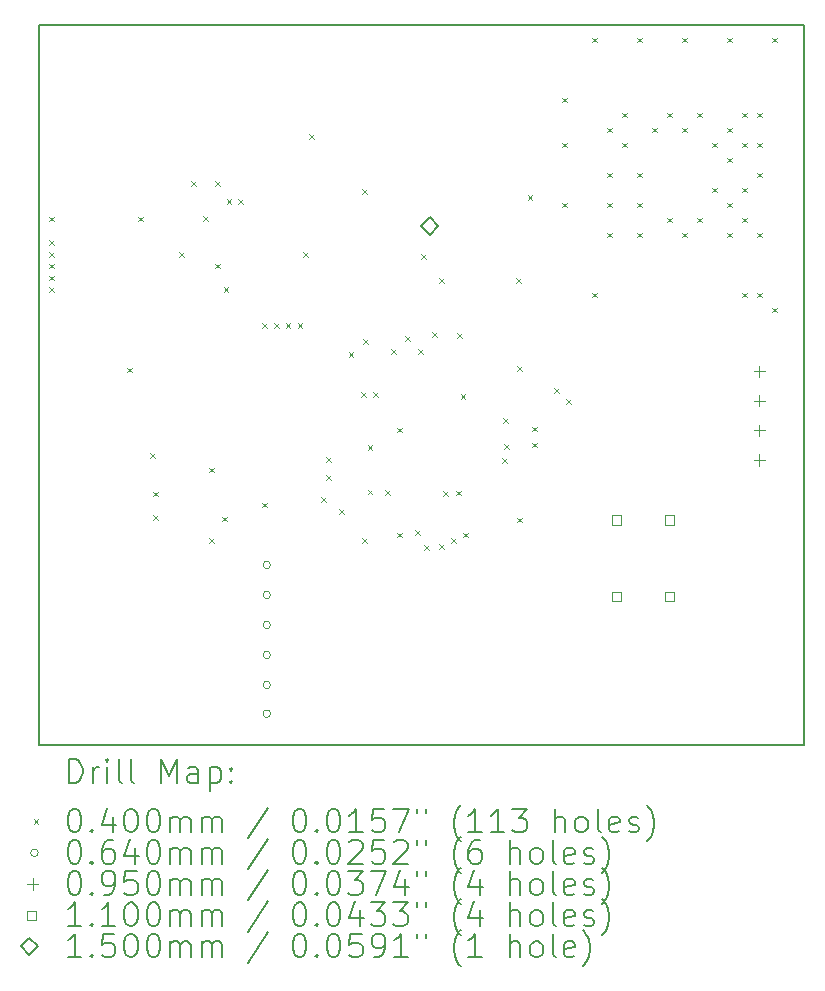
<source format=gbr>
%TF.GenerationSoftware,KiCad,Pcbnew,8.0.5*%
%TF.CreationDate,2024-10-17T12:47:14-04:00*%
%TF.ProjectId,PCB,5043422e-6b69-4636-9164-5f7063625858,rev?*%
%TF.SameCoordinates,Original*%
%TF.FileFunction,Drillmap*%
%TF.FilePolarity,Positive*%
%FSLAX45Y45*%
G04 Gerber Fmt 4.5, Leading zero omitted, Abs format (unit mm)*
G04 Created by KiCad (PCBNEW 8.0.5) date 2024-10-17 12:47:14*
%MOMM*%
%LPD*%
G01*
G04 APERTURE LIST*
%ADD10C,0.200000*%
%ADD11C,0.100000*%
%ADD12C,0.110000*%
%ADD13C,0.150000*%
G04 APERTURE END LIST*
D10*
X17145000Y-8382000D02*
X23622000Y-8382000D01*
X23622000Y-14478000D01*
X17145000Y-14478000D01*
X17145000Y-8382000D01*
D11*
X17230000Y-10004180D02*
X17270000Y-10044180D01*
X17270000Y-10004180D02*
X17230000Y-10044180D01*
X17230000Y-10204180D02*
X17270000Y-10244180D01*
X17270000Y-10204180D02*
X17230000Y-10244180D01*
X17230000Y-10304180D02*
X17270000Y-10344180D01*
X17270000Y-10304180D02*
X17230000Y-10344180D01*
X17230000Y-10404180D02*
X17270000Y-10444180D01*
X17270000Y-10404180D02*
X17230000Y-10444180D01*
X17230000Y-10504180D02*
X17270000Y-10544180D01*
X17270000Y-10504180D02*
X17230000Y-10544180D01*
X17230000Y-10604180D02*
X17270000Y-10644180D01*
X17270000Y-10604180D02*
X17230000Y-10644180D01*
X17887000Y-11283000D02*
X17927000Y-11323000D01*
X17927000Y-11283000D02*
X17887000Y-11323000D01*
X17980000Y-10004180D02*
X18020000Y-10044180D01*
X18020000Y-10004180D02*
X17980000Y-10044180D01*
X18081000Y-12008000D02*
X18121000Y-12048000D01*
X18121000Y-12008000D02*
X18081000Y-12048000D01*
X18110000Y-12334000D02*
X18150000Y-12374000D01*
X18150000Y-12334000D02*
X18110000Y-12374000D01*
X18110000Y-12534000D02*
X18150000Y-12574000D01*
X18150000Y-12534000D02*
X18110000Y-12574000D01*
X18330000Y-10304180D02*
X18370000Y-10344180D01*
X18370000Y-10304180D02*
X18330000Y-10344180D01*
X18430000Y-9704180D02*
X18470000Y-9744180D01*
X18470000Y-9704180D02*
X18430000Y-9744180D01*
X18530000Y-9999000D02*
X18570000Y-10039000D01*
X18570000Y-9999000D02*
X18530000Y-10039000D01*
X18580000Y-12130000D02*
X18620000Y-12170000D01*
X18620000Y-12130000D02*
X18580000Y-12170000D01*
X18580000Y-12730000D02*
X18620000Y-12770000D01*
X18620000Y-12730000D02*
X18580000Y-12770000D01*
X18630000Y-9704180D02*
X18670000Y-9744180D01*
X18670000Y-9704180D02*
X18630000Y-9744180D01*
X18630000Y-10404180D02*
X18670000Y-10444180D01*
X18670000Y-10404180D02*
X18630000Y-10444180D01*
X18691048Y-12544304D02*
X18731048Y-12584304D01*
X18731048Y-12544304D02*
X18691048Y-12584304D01*
X18705405Y-10604180D02*
X18745405Y-10644180D01*
X18745405Y-10604180D02*
X18705405Y-10644180D01*
X18730000Y-9854180D02*
X18770000Y-9894180D01*
X18770000Y-9854180D02*
X18730000Y-9894180D01*
X18830000Y-9854180D02*
X18870000Y-9894180D01*
X18870000Y-9854180D02*
X18830000Y-9894180D01*
X19030000Y-10904180D02*
X19070000Y-10944180D01*
X19070000Y-10904180D02*
X19030000Y-10944180D01*
X19030000Y-12426000D02*
X19070000Y-12466000D01*
X19070000Y-12426000D02*
X19030000Y-12466000D01*
X19130000Y-10904180D02*
X19170000Y-10944180D01*
X19170000Y-10904180D02*
X19130000Y-10944180D01*
X19230000Y-10904180D02*
X19270000Y-10944180D01*
X19270000Y-10904180D02*
X19230000Y-10944180D01*
X19330000Y-10904180D02*
X19370000Y-10944180D01*
X19370000Y-10904180D02*
X19330000Y-10944180D01*
X19380000Y-10304180D02*
X19420000Y-10344180D01*
X19420000Y-10304180D02*
X19380000Y-10344180D01*
X19430000Y-9304180D02*
X19470000Y-9344180D01*
X19470000Y-9304180D02*
X19430000Y-9344180D01*
X19530000Y-12380000D02*
X19570000Y-12420000D01*
X19570000Y-12380000D02*
X19530000Y-12420000D01*
X19573000Y-12041000D02*
X19613000Y-12081000D01*
X19613000Y-12041000D02*
X19573000Y-12081000D01*
X19573000Y-12191000D02*
X19613000Y-12231000D01*
X19613000Y-12191000D02*
X19573000Y-12231000D01*
X19680000Y-12480000D02*
X19720000Y-12520000D01*
X19720000Y-12480000D02*
X19680000Y-12520000D01*
X19763337Y-11150059D02*
X19803337Y-11190059D01*
X19803337Y-11150059D02*
X19763337Y-11190059D01*
X19871735Y-11489735D02*
X19911735Y-11529735D01*
X19911735Y-11489735D02*
X19871735Y-11529735D01*
X19879000Y-9774000D02*
X19919000Y-9814000D01*
X19919000Y-9774000D02*
X19879000Y-9814000D01*
X19880000Y-12730000D02*
X19920000Y-12770000D01*
X19920000Y-12730000D02*
X19880000Y-12770000D01*
X19882846Y-11045207D02*
X19922846Y-11085207D01*
X19922846Y-11045207D02*
X19882846Y-11085207D01*
X19923000Y-11941000D02*
X19963000Y-11981000D01*
X19963000Y-11941000D02*
X19923000Y-11981000D01*
X19923765Y-12317376D02*
X19963765Y-12357376D01*
X19963765Y-12317376D02*
X19923765Y-12357376D01*
X19973000Y-11491000D02*
X20013000Y-11531000D01*
X20013000Y-11491000D02*
X19973000Y-11531000D01*
X20071823Y-12323706D02*
X20111823Y-12363706D01*
X20111823Y-12323706D02*
X20071823Y-12363706D01*
X20123000Y-11130000D02*
X20163000Y-11170000D01*
X20163000Y-11130000D02*
X20123000Y-11170000D01*
X20173000Y-11791000D02*
X20213000Y-11831000D01*
X20213000Y-11791000D02*
X20173000Y-11831000D01*
X20173000Y-12680000D02*
X20213000Y-12720000D01*
X20213000Y-12680000D02*
X20173000Y-12720000D01*
X20242500Y-11017021D02*
X20282500Y-11057021D01*
X20282500Y-11017021D02*
X20242500Y-11057021D01*
X20323319Y-12656681D02*
X20363319Y-12696681D01*
X20363319Y-12656681D02*
X20323319Y-12696681D01*
X20351862Y-11127861D02*
X20391862Y-11167861D01*
X20391862Y-11127861D02*
X20351862Y-11167861D01*
X20379000Y-10324000D02*
X20419000Y-10364000D01*
X20419000Y-10324000D02*
X20379000Y-10364000D01*
X20400109Y-12788230D02*
X20440109Y-12828230D01*
X20440109Y-12788230D02*
X20400109Y-12828230D01*
X20466862Y-10982070D02*
X20506862Y-11022070D01*
X20506862Y-10982070D02*
X20466862Y-11022070D01*
X20529000Y-10524000D02*
X20569000Y-10564000D01*
X20569000Y-10524000D02*
X20529000Y-10564000D01*
X20530000Y-12780000D02*
X20570000Y-12820000D01*
X20570000Y-12780000D02*
X20530000Y-12820000D01*
X20564703Y-12331777D02*
X20604703Y-12371777D01*
X20604703Y-12331777D02*
X20564703Y-12371777D01*
X20630000Y-12730000D02*
X20670000Y-12770000D01*
X20670000Y-12730000D02*
X20630000Y-12770000D01*
X20672397Y-12325087D02*
X20712397Y-12365087D01*
X20712397Y-12325087D02*
X20672397Y-12365087D01*
X20678821Y-10991090D02*
X20718821Y-11031090D01*
X20718821Y-10991090D02*
X20678821Y-11031090D01*
X20711287Y-11506713D02*
X20751287Y-11546713D01*
X20751287Y-11506713D02*
X20711287Y-11546713D01*
X20730000Y-12680000D02*
X20770000Y-12720000D01*
X20770000Y-12680000D02*
X20730000Y-12720000D01*
X21059701Y-12050299D02*
X21099701Y-12090299D01*
X21099701Y-12050299D02*
X21059701Y-12090299D01*
X21068392Y-11709662D02*
X21108392Y-11749662D01*
X21108392Y-11709662D02*
X21068392Y-11749662D01*
X21068392Y-11709662D02*
X21108392Y-11749662D01*
X21108392Y-11709662D02*
X21068392Y-11749662D01*
X21080000Y-11930000D02*
X21120000Y-11970000D01*
X21120000Y-11930000D02*
X21080000Y-11970000D01*
X21179000Y-10524000D02*
X21219000Y-10564000D01*
X21219000Y-10524000D02*
X21179000Y-10564000D01*
X21189000Y-11268500D02*
X21229000Y-11308500D01*
X21229000Y-11268500D02*
X21189000Y-11308500D01*
X21189000Y-12553000D02*
X21229000Y-12593000D01*
X21229000Y-12553000D02*
X21189000Y-12593000D01*
X21279000Y-9824000D02*
X21319000Y-9864000D01*
X21319000Y-9824000D02*
X21279000Y-9864000D01*
X21316000Y-11784311D02*
X21356000Y-11824311D01*
X21356000Y-11784311D02*
X21316000Y-11824311D01*
X21316000Y-11918000D02*
X21356000Y-11958000D01*
X21356000Y-11918000D02*
X21316000Y-11958000D01*
X21505785Y-11456638D02*
X21545785Y-11496638D01*
X21545785Y-11456638D02*
X21505785Y-11496638D01*
X21570000Y-8997000D02*
X21610000Y-9037000D01*
X21610000Y-8997000D02*
X21570000Y-9037000D01*
X21570000Y-9378000D02*
X21610000Y-9418000D01*
X21610000Y-9378000D02*
X21570000Y-9418000D01*
X21570000Y-9886000D02*
X21610000Y-9926000D01*
X21610000Y-9886000D02*
X21570000Y-9926000D01*
X21602536Y-11549747D02*
X21642536Y-11589747D01*
X21642536Y-11549747D02*
X21602536Y-11589747D01*
X21824000Y-8489000D02*
X21864000Y-8529000D01*
X21864000Y-8489000D02*
X21824000Y-8529000D01*
X21824000Y-10648000D02*
X21864000Y-10688000D01*
X21864000Y-10648000D02*
X21824000Y-10688000D01*
X21951000Y-9251000D02*
X21991000Y-9291000D01*
X21991000Y-9251000D02*
X21951000Y-9291000D01*
X21951000Y-9632000D02*
X21991000Y-9672000D01*
X21991000Y-9632000D02*
X21951000Y-9672000D01*
X21951000Y-9886000D02*
X21991000Y-9926000D01*
X21991000Y-9886000D02*
X21951000Y-9926000D01*
X21951000Y-10140000D02*
X21991000Y-10180000D01*
X21991000Y-10140000D02*
X21951000Y-10180000D01*
X22078000Y-9124000D02*
X22118000Y-9164000D01*
X22118000Y-9124000D02*
X22078000Y-9164000D01*
X22078000Y-9378000D02*
X22118000Y-9418000D01*
X22118000Y-9378000D02*
X22078000Y-9418000D01*
X22205000Y-8489000D02*
X22245000Y-8529000D01*
X22245000Y-8489000D02*
X22205000Y-8529000D01*
X22205000Y-9632000D02*
X22245000Y-9672000D01*
X22245000Y-9632000D02*
X22205000Y-9672000D01*
X22205000Y-9886000D02*
X22245000Y-9926000D01*
X22245000Y-9886000D02*
X22205000Y-9926000D01*
X22205000Y-10140000D02*
X22245000Y-10180000D01*
X22245000Y-10140000D02*
X22205000Y-10180000D01*
X22332000Y-9251000D02*
X22372000Y-9291000D01*
X22372000Y-9251000D02*
X22332000Y-9291000D01*
X22459000Y-9124000D02*
X22499000Y-9164000D01*
X22499000Y-9124000D02*
X22459000Y-9164000D01*
X22459000Y-10013000D02*
X22499000Y-10053000D01*
X22499000Y-10013000D02*
X22459000Y-10053000D01*
X22586000Y-8489000D02*
X22626000Y-8529000D01*
X22626000Y-8489000D02*
X22586000Y-8529000D01*
X22586000Y-9251000D02*
X22626000Y-9291000D01*
X22626000Y-9251000D02*
X22586000Y-9291000D01*
X22586000Y-10140000D02*
X22626000Y-10180000D01*
X22626000Y-10140000D02*
X22586000Y-10180000D01*
X22713000Y-9124000D02*
X22753000Y-9164000D01*
X22753000Y-9124000D02*
X22713000Y-9164000D01*
X22713000Y-10013000D02*
X22753000Y-10053000D01*
X22753000Y-10013000D02*
X22713000Y-10053000D01*
X22840000Y-9378000D02*
X22880000Y-9418000D01*
X22880000Y-9378000D02*
X22840000Y-9418000D01*
X22840000Y-9759000D02*
X22880000Y-9799000D01*
X22880000Y-9759000D02*
X22840000Y-9799000D01*
X22967000Y-8489000D02*
X23007000Y-8529000D01*
X23007000Y-8489000D02*
X22967000Y-8529000D01*
X22967000Y-9251000D02*
X23007000Y-9291000D01*
X23007000Y-9251000D02*
X22967000Y-9291000D01*
X22967000Y-9505000D02*
X23007000Y-9545000D01*
X23007000Y-9505000D02*
X22967000Y-9545000D01*
X22967000Y-9886000D02*
X23007000Y-9926000D01*
X23007000Y-9886000D02*
X22967000Y-9926000D01*
X22967000Y-10140000D02*
X23007000Y-10180000D01*
X23007000Y-10140000D02*
X22967000Y-10180000D01*
X23094000Y-9124000D02*
X23134000Y-9164000D01*
X23134000Y-9124000D02*
X23094000Y-9164000D01*
X23094000Y-9378000D02*
X23134000Y-9418000D01*
X23134000Y-9378000D02*
X23094000Y-9418000D01*
X23094000Y-9759000D02*
X23134000Y-9799000D01*
X23134000Y-9759000D02*
X23094000Y-9799000D01*
X23094000Y-10013000D02*
X23134000Y-10053000D01*
X23134000Y-10013000D02*
X23094000Y-10053000D01*
X23094000Y-10648000D02*
X23134000Y-10688000D01*
X23134000Y-10648000D02*
X23094000Y-10688000D01*
X23221000Y-9124000D02*
X23261000Y-9164000D01*
X23261000Y-9124000D02*
X23221000Y-9164000D01*
X23221000Y-9378000D02*
X23261000Y-9418000D01*
X23261000Y-9378000D02*
X23221000Y-9418000D01*
X23221000Y-9632000D02*
X23261000Y-9672000D01*
X23261000Y-9632000D02*
X23221000Y-9672000D01*
X23221000Y-10140000D02*
X23261000Y-10180000D01*
X23261000Y-10140000D02*
X23221000Y-10180000D01*
X23221000Y-10648000D02*
X23261000Y-10688000D01*
X23261000Y-10648000D02*
X23221000Y-10688000D01*
X23348000Y-8489000D02*
X23388000Y-8529000D01*
X23388000Y-8489000D02*
X23348000Y-8529000D01*
X23348000Y-10775000D02*
X23388000Y-10815000D01*
X23388000Y-10775000D02*
X23348000Y-10815000D01*
X19102000Y-12954000D02*
G75*
G02*
X19038000Y-12954000I-32000J0D01*
G01*
X19038000Y-12954000D02*
G75*
G02*
X19102000Y-12954000I32000J0D01*
G01*
X19102000Y-13208000D02*
G75*
G02*
X19038000Y-13208000I-32000J0D01*
G01*
X19038000Y-13208000D02*
G75*
G02*
X19102000Y-13208000I32000J0D01*
G01*
X19102000Y-13462000D02*
G75*
G02*
X19038000Y-13462000I-32000J0D01*
G01*
X19038000Y-13462000D02*
G75*
G02*
X19102000Y-13462000I32000J0D01*
G01*
X19102000Y-13716000D02*
G75*
G02*
X19038000Y-13716000I-32000J0D01*
G01*
X19038000Y-13716000D02*
G75*
G02*
X19102000Y-13716000I32000J0D01*
G01*
X19102000Y-13970000D02*
G75*
G02*
X19038000Y-13970000I-32000J0D01*
G01*
X19038000Y-13970000D02*
G75*
G02*
X19102000Y-13970000I32000J0D01*
G01*
X19102000Y-14214000D02*
G75*
G02*
X19038000Y-14214000I-32000J0D01*
G01*
X19038000Y-14214000D02*
G75*
G02*
X19102000Y-14214000I32000J0D01*
G01*
X23241000Y-11267500D02*
X23241000Y-11362500D01*
X23193500Y-11315000D02*
X23288500Y-11315000D01*
X23241000Y-11517500D02*
X23241000Y-11612500D01*
X23193500Y-11565000D02*
X23288500Y-11565000D01*
X23241000Y-11767500D02*
X23241000Y-11862500D01*
X23193500Y-11815000D02*
X23288500Y-11815000D01*
X23241000Y-12017500D02*
X23241000Y-12112500D01*
X23193500Y-12065000D02*
X23288500Y-12065000D01*
D12*
X22067891Y-12611891D02*
X22067891Y-12534109D01*
X21990109Y-12534109D01*
X21990109Y-12611891D01*
X22067891Y-12611891D01*
X22067891Y-13261891D02*
X22067891Y-13184109D01*
X21990109Y-13184109D01*
X21990109Y-13261891D01*
X22067891Y-13261891D01*
X22517891Y-12611891D02*
X22517891Y-12534109D01*
X22440109Y-12534109D01*
X22440109Y-12611891D01*
X22517891Y-12611891D01*
X22517891Y-13261891D02*
X22517891Y-13184109D01*
X22440109Y-13184109D01*
X22440109Y-13261891D01*
X22517891Y-13261891D01*
D13*
X20448000Y-10162000D02*
X20523000Y-10087000D01*
X20448000Y-10012000D01*
X20373000Y-10087000D01*
X20448000Y-10162000D01*
D10*
X17395777Y-14799484D02*
X17395777Y-14599484D01*
X17395777Y-14599484D02*
X17443396Y-14599484D01*
X17443396Y-14599484D02*
X17471967Y-14609008D01*
X17471967Y-14609008D02*
X17491015Y-14628055D01*
X17491015Y-14628055D02*
X17500539Y-14647103D01*
X17500539Y-14647103D02*
X17510063Y-14685198D01*
X17510063Y-14685198D02*
X17510063Y-14713769D01*
X17510063Y-14713769D02*
X17500539Y-14751865D01*
X17500539Y-14751865D02*
X17491015Y-14770912D01*
X17491015Y-14770912D02*
X17471967Y-14789960D01*
X17471967Y-14789960D02*
X17443396Y-14799484D01*
X17443396Y-14799484D02*
X17395777Y-14799484D01*
X17595777Y-14799484D02*
X17595777Y-14666150D01*
X17595777Y-14704246D02*
X17605301Y-14685198D01*
X17605301Y-14685198D02*
X17614824Y-14675674D01*
X17614824Y-14675674D02*
X17633872Y-14666150D01*
X17633872Y-14666150D02*
X17652920Y-14666150D01*
X17719586Y-14799484D02*
X17719586Y-14666150D01*
X17719586Y-14599484D02*
X17710063Y-14609008D01*
X17710063Y-14609008D02*
X17719586Y-14618531D01*
X17719586Y-14618531D02*
X17729110Y-14609008D01*
X17729110Y-14609008D02*
X17719586Y-14599484D01*
X17719586Y-14599484D02*
X17719586Y-14618531D01*
X17843396Y-14799484D02*
X17824348Y-14789960D01*
X17824348Y-14789960D02*
X17814824Y-14770912D01*
X17814824Y-14770912D02*
X17814824Y-14599484D01*
X17948158Y-14799484D02*
X17929110Y-14789960D01*
X17929110Y-14789960D02*
X17919586Y-14770912D01*
X17919586Y-14770912D02*
X17919586Y-14599484D01*
X18176729Y-14799484D02*
X18176729Y-14599484D01*
X18176729Y-14599484D02*
X18243396Y-14742341D01*
X18243396Y-14742341D02*
X18310063Y-14599484D01*
X18310063Y-14599484D02*
X18310063Y-14799484D01*
X18491015Y-14799484D02*
X18491015Y-14694722D01*
X18491015Y-14694722D02*
X18481491Y-14675674D01*
X18481491Y-14675674D02*
X18462444Y-14666150D01*
X18462444Y-14666150D02*
X18424348Y-14666150D01*
X18424348Y-14666150D02*
X18405301Y-14675674D01*
X18491015Y-14789960D02*
X18471967Y-14799484D01*
X18471967Y-14799484D02*
X18424348Y-14799484D01*
X18424348Y-14799484D02*
X18405301Y-14789960D01*
X18405301Y-14789960D02*
X18395777Y-14770912D01*
X18395777Y-14770912D02*
X18395777Y-14751865D01*
X18395777Y-14751865D02*
X18405301Y-14732817D01*
X18405301Y-14732817D02*
X18424348Y-14723293D01*
X18424348Y-14723293D02*
X18471967Y-14723293D01*
X18471967Y-14723293D02*
X18491015Y-14713769D01*
X18586253Y-14666150D02*
X18586253Y-14866150D01*
X18586253Y-14675674D02*
X18605301Y-14666150D01*
X18605301Y-14666150D02*
X18643396Y-14666150D01*
X18643396Y-14666150D02*
X18662444Y-14675674D01*
X18662444Y-14675674D02*
X18671967Y-14685198D01*
X18671967Y-14685198D02*
X18681491Y-14704246D01*
X18681491Y-14704246D02*
X18681491Y-14761388D01*
X18681491Y-14761388D02*
X18671967Y-14780436D01*
X18671967Y-14780436D02*
X18662444Y-14789960D01*
X18662444Y-14789960D02*
X18643396Y-14799484D01*
X18643396Y-14799484D02*
X18605301Y-14799484D01*
X18605301Y-14799484D02*
X18586253Y-14789960D01*
X18767205Y-14780436D02*
X18776729Y-14789960D01*
X18776729Y-14789960D02*
X18767205Y-14799484D01*
X18767205Y-14799484D02*
X18757682Y-14789960D01*
X18757682Y-14789960D02*
X18767205Y-14780436D01*
X18767205Y-14780436D02*
X18767205Y-14799484D01*
X18767205Y-14675674D02*
X18776729Y-14685198D01*
X18776729Y-14685198D02*
X18767205Y-14694722D01*
X18767205Y-14694722D02*
X18757682Y-14685198D01*
X18757682Y-14685198D02*
X18767205Y-14675674D01*
X18767205Y-14675674D02*
X18767205Y-14694722D01*
D11*
X17095000Y-15108000D02*
X17135000Y-15148000D01*
X17135000Y-15108000D02*
X17095000Y-15148000D01*
D10*
X17433872Y-15019484D02*
X17452920Y-15019484D01*
X17452920Y-15019484D02*
X17471967Y-15029008D01*
X17471967Y-15029008D02*
X17481491Y-15038531D01*
X17481491Y-15038531D02*
X17491015Y-15057579D01*
X17491015Y-15057579D02*
X17500539Y-15095674D01*
X17500539Y-15095674D02*
X17500539Y-15143293D01*
X17500539Y-15143293D02*
X17491015Y-15181388D01*
X17491015Y-15181388D02*
X17481491Y-15200436D01*
X17481491Y-15200436D02*
X17471967Y-15209960D01*
X17471967Y-15209960D02*
X17452920Y-15219484D01*
X17452920Y-15219484D02*
X17433872Y-15219484D01*
X17433872Y-15219484D02*
X17414824Y-15209960D01*
X17414824Y-15209960D02*
X17405301Y-15200436D01*
X17405301Y-15200436D02*
X17395777Y-15181388D01*
X17395777Y-15181388D02*
X17386253Y-15143293D01*
X17386253Y-15143293D02*
X17386253Y-15095674D01*
X17386253Y-15095674D02*
X17395777Y-15057579D01*
X17395777Y-15057579D02*
X17405301Y-15038531D01*
X17405301Y-15038531D02*
X17414824Y-15029008D01*
X17414824Y-15029008D02*
X17433872Y-15019484D01*
X17586253Y-15200436D02*
X17595777Y-15209960D01*
X17595777Y-15209960D02*
X17586253Y-15219484D01*
X17586253Y-15219484D02*
X17576729Y-15209960D01*
X17576729Y-15209960D02*
X17586253Y-15200436D01*
X17586253Y-15200436D02*
X17586253Y-15219484D01*
X17767205Y-15086150D02*
X17767205Y-15219484D01*
X17719586Y-15009960D02*
X17671967Y-15152817D01*
X17671967Y-15152817D02*
X17795777Y-15152817D01*
X17910063Y-15019484D02*
X17929110Y-15019484D01*
X17929110Y-15019484D02*
X17948158Y-15029008D01*
X17948158Y-15029008D02*
X17957682Y-15038531D01*
X17957682Y-15038531D02*
X17967205Y-15057579D01*
X17967205Y-15057579D02*
X17976729Y-15095674D01*
X17976729Y-15095674D02*
X17976729Y-15143293D01*
X17976729Y-15143293D02*
X17967205Y-15181388D01*
X17967205Y-15181388D02*
X17957682Y-15200436D01*
X17957682Y-15200436D02*
X17948158Y-15209960D01*
X17948158Y-15209960D02*
X17929110Y-15219484D01*
X17929110Y-15219484D02*
X17910063Y-15219484D01*
X17910063Y-15219484D02*
X17891015Y-15209960D01*
X17891015Y-15209960D02*
X17881491Y-15200436D01*
X17881491Y-15200436D02*
X17871967Y-15181388D01*
X17871967Y-15181388D02*
X17862444Y-15143293D01*
X17862444Y-15143293D02*
X17862444Y-15095674D01*
X17862444Y-15095674D02*
X17871967Y-15057579D01*
X17871967Y-15057579D02*
X17881491Y-15038531D01*
X17881491Y-15038531D02*
X17891015Y-15029008D01*
X17891015Y-15029008D02*
X17910063Y-15019484D01*
X18100539Y-15019484D02*
X18119586Y-15019484D01*
X18119586Y-15019484D02*
X18138634Y-15029008D01*
X18138634Y-15029008D02*
X18148158Y-15038531D01*
X18148158Y-15038531D02*
X18157682Y-15057579D01*
X18157682Y-15057579D02*
X18167205Y-15095674D01*
X18167205Y-15095674D02*
X18167205Y-15143293D01*
X18167205Y-15143293D02*
X18157682Y-15181388D01*
X18157682Y-15181388D02*
X18148158Y-15200436D01*
X18148158Y-15200436D02*
X18138634Y-15209960D01*
X18138634Y-15209960D02*
X18119586Y-15219484D01*
X18119586Y-15219484D02*
X18100539Y-15219484D01*
X18100539Y-15219484D02*
X18081491Y-15209960D01*
X18081491Y-15209960D02*
X18071967Y-15200436D01*
X18071967Y-15200436D02*
X18062444Y-15181388D01*
X18062444Y-15181388D02*
X18052920Y-15143293D01*
X18052920Y-15143293D02*
X18052920Y-15095674D01*
X18052920Y-15095674D02*
X18062444Y-15057579D01*
X18062444Y-15057579D02*
X18071967Y-15038531D01*
X18071967Y-15038531D02*
X18081491Y-15029008D01*
X18081491Y-15029008D02*
X18100539Y-15019484D01*
X18252920Y-15219484D02*
X18252920Y-15086150D01*
X18252920Y-15105198D02*
X18262444Y-15095674D01*
X18262444Y-15095674D02*
X18281491Y-15086150D01*
X18281491Y-15086150D02*
X18310063Y-15086150D01*
X18310063Y-15086150D02*
X18329110Y-15095674D01*
X18329110Y-15095674D02*
X18338634Y-15114722D01*
X18338634Y-15114722D02*
X18338634Y-15219484D01*
X18338634Y-15114722D02*
X18348158Y-15095674D01*
X18348158Y-15095674D02*
X18367205Y-15086150D01*
X18367205Y-15086150D02*
X18395777Y-15086150D01*
X18395777Y-15086150D02*
X18414825Y-15095674D01*
X18414825Y-15095674D02*
X18424348Y-15114722D01*
X18424348Y-15114722D02*
X18424348Y-15219484D01*
X18519586Y-15219484D02*
X18519586Y-15086150D01*
X18519586Y-15105198D02*
X18529110Y-15095674D01*
X18529110Y-15095674D02*
X18548158Y-15086150D01*
X18548158Y-15086150D02*
X18576729Y-15086150D01*
X18576729Y-15086150D02*
X18595777Y-15095674D01*
X18595777Y-15095674D02*
X18605301Y-15114722D01*
X18605301Y-15114722D02*
X18605301Y-15219484D01*
X18605301Y-15114722D02*
X18614825Y-15095674D01*
X18614825Y-15095674D02*
X18633872Y-15086150D01*
X18633872Y-15086150D02*
X18662444Y-15086150D01*
X18662444Y-15086150D02*
X18681491Y-15095674D01*
X18681491Y-15095674D02*
X18691015Y-15114722D01*
X18691015Y-15114722D02*
X18691015Y-15219484D01*
X19081491Y-15009960D02*
X18910063Y-15267103D01*
X19338634Y-15019484D02*
X19357682Y-15019484D01*
X19357682Y-15019484D02*
X19376729Y-15029008D01*
X19376729Y-15029008D02*
X19386253Y-15038531D01*
X19386253Y-15038531D02*
X19395777Y-15057579D01*
X19395777Y-15057579D02*
X19405301Y-15095674D01*
X19405301Y-15095674D02*
X19405301Y-15143293D01*
X19405301Y-15143293D02*
X19395777Y-15181388D01*
X19395777Y-15181388D02*
X19386253Y-15200436D01*
X19386253Y-15200436D02*
X19376729Y-15209960D01*
X19376729Y-15209960D02*
X19357682Y-15219484D01*
X19357682Y-15219484D02*
X19338634Y-15219484D01*
X19338634Y-15219484D02*
X19319587Y-15209960D01*
X19319587Y-15209960D02*
X19310063Y-15200436D01*
X19310063Y-15200436D02*
X19300539Y-15181388D01*
X19300539Y-15181388D02*
X19291015Y-15143293D01*
X19291015Y-15143293D02*
X19291015Y-15095674D01*
X19291015Y-15095674D02*
X19300539Y-15057579D01*
X19300539Y-15057579D02*
X19310063Y-15038531D01*
X19310063Y-15038531D02*
X19319587Y-15029008D01*
X19319587Y-15029008D02*
X19338634Y-15019484D01*
X19491015Y-15200436D02*
X19500539Y-15209960D01*
X19500539Y-15209960D02*
X19491015Y-15219484D01*
X19491015Y-15219484D02*
X19481491Y-15209960D01*
X19481491Y-15209960D02*
X19491015Y-15200436D01*
X19491015Y-15200436D02*
X19491015Y-15219484D01*
X19624348Y-15019484D02*
X19643396Y-15019484D01*
X19643396Y-15019484D02*
X19662444Y-15029008D01*
X19662444Y-15029008D02*
X19671968Y-15038531D01*
X19671968Y-15038531D02*
X19681491Y-15057579D01*
X19681491Y-15057579D02*
X19691015Y-15095674D01*
X19691015Y-15095674D02*
X19691015Y-15143293D01*
X19691015Y-15143293D02*
X19681491Y-15181388D01*
X19681491Y-15181388D02*
X19671968Y-15200436D01*
X19671968Y-15200436D02*
X19662444Y-15209960D01*
X19662444Y-15209960D02*
X19643396Y-15219484D01*
X19643396Y-15219484D02*
X19624348Y-15219484D01*
X19624348Y-15219484D02*
X19605301Y-15209960D01*
X19605301Y-15209960D02*
X19595777Y-15200436D01*
X19595777Y-15200436D02*
X19586253Y-15181388D01*
X19586253Y-15181388D02*
X19576729Y-15143293D01*
X19576729Y-15143293D02*
X19576729Y-15095674D01*
X19576729Y-15095674D02*
X19586253Y-15057579D01*
X19586253Y-15057579D02*
X19595777Y-15038531D01*
X19595777Y-15038531D02*
X19605301Y-15029008D01*
X19605301Y-15029008D02*
X19624348Y-15019484D01*
X19881491Y-15219484D02*
X19767206Y-15219484D01*
X19824348Y-15219484D02*
X19824348Y-15019484D01*
X19824348Y-15019484D02*
X19805301Y-15048055D01*
X19805301Y-15048055D02*
X19786253Y-15067103D01*
X19786253Y-15067103D02*
X19767206Y-15076627D01*
X20062444Y-15019484D02*
X19967206Y-15019484D01*
X19967206Y-15019484D02*
X19957682Y-15114722D01*
X19957682Y-15114722D02*
X19967206Y-15105198D01*
X19967206Y-15105198D02*
X19986253Y-15095674D01*
X19986253Y-15095674D02*
X20033872Y-15095674D01*
X20033872Y-15095674D02*
X20052920Y-15105198D01*
X20052920Y-15105198D02*
X20062444Y-15114722D01*
X20062444Y-15114722D02*
X20071968Y-15133769D01*
X20071968Y-15133769D02*
X20071968Y-15181388D01*
X20071968Y-15181388D02*
X20062444Y-15200436D01*
X20062444Y-15200436D02*
X20052920Y-15209960D01*
X20052920Y-15209960D02*
X20033872Y-15219484D01*
X20033872Y-15219484D02*
X19986253Y-15219484D01*
X19986253Y-15219484D02*
X19967206Y-15209960D01*
X19967206Y-15209960D02*
X19957682Y-15200436D01*
X20138634Y-15019484D02*
X20271968Y-15019484D01*
X20271968Y-15019484D02*
X20186253Y-15219484D01*
X20338634Y-15019484D02*
X20338634Y-15057579D01*
X20414825Y-15019484D02*
X20414825Y-15057579D01*
X20710063Y-15295674D02*
X20700539Y-15286150D01*
X20700539Y-15286150D02*
X20681491Y-15257579D01*
X20681491Y-15257579D02*
X20671968Y-15238531D01*
X20671968Y-15238531D02*
X20662444Y-15209960D01*
X20662444Y-15209960D02*
X20652920Y-15162341D01*
X20652920Y-15162341D02*
X20652920Y-15124246D01*
X20652920Y-15124246D02*
X20662444Y-15076627D01*
X20662444Y-15076627D02*
X20671968Y-15048055D01*
X20671968Y-15048055D02*
X20681491Y-15029008D01*
X20681491Y-15029008D02*
X20700539Y-15000436D01*
X20700539Y-15000436D02*
X20710063Y-14990912D01*
X20891015Y-15219484D02*
X20776730Y-15219484D01*
X20833872Y-15219484D02*
X20833872Y-15019484D01*
X20833872Y-15019484D02*
X20814825Y-15048055D01*
X20814825Y-15048055D02*
X20795777Y-15067103D01*
X20795777Y-15067103D02*
X20776730Y-15076627D01*
X21081491Y-15219484D02*
X20967206Y-15219484D01*
X21024349Y-15219484D02*
X21024349Y-15019484D01*
X21024349Y-15019484D02*
X21005301Y-15048055D01*
X21005301Y-15048055D02*
X20986253Y-15067103D01*
X20986253Y-15067103D02*
X20967206Y-15076627D01*
X21148158Y-15019484D02*
X21271968Y-15019484D01*
X21271968Y-15019484D02*
X21205301Y-15095674D01*
X21205301Y-15095674D02*
X21233872Y-15095674D01*
X21233872Y-15095674D02*
X21252920Y-15105198D01*
X21252920Y-15105198D02*
X21262444Y-15114722D01*
X21262444Y-15114722D02*
X21271968Y-15133769D01*
X21271968Y-15133769D02*
X21271968Y-15181388D01*
X21271968Y-15181388D02*
X21262444Y-15200436D01*
X21262444Y-15200436D02*
X21252920Y-15209960D01*
X21252920Y-15209960D02*
X21233872Y-15219484D01*
X21233872Y-15219484D02*
X21176730Y-15219484D01*
X21176730Y-15219484D02*
X21157682Y-15209960D01*
X21157682Y-15209960D02*
X21148158Y-15200436D01*
X21510063Y-15219484D02*
X21510063Y-15019484D01*
X21595777Y-15219484D02*
X21595777Y-15114722D01*
X21595777Y-15114722D02*
X21586253Y-15095674D01*
X21586253Y-15095674D02*
X21567206Y-15086150D01*
X21567206Y-15086150D02*
X21538634Y-15086150D01*
X21538634Y-15086150D02*
X21519587Y-15095674D01*
X21519587Y-15095674D02*
X21510063Y-15105198D01*
X21719587Y-15219484D02*
X21700539Y-15209960D01*
X21700539Y-15209960D02*
X21691015Y-15200436D01*
X21691015Y-15200436D02*
X21681492Y-15181388D01*
X21681492Y-15181388D02*
X21681492Y-15124246D01*
X21681492Y-15124246D02*
X21691015Y-15105198D01*
X21691015Y-15105198D02*
X21700539Y-15095674D01*
X21700539Y-15095674D02*
X21719587Y-15086150D01*
X21719587Y-15086150D02*
X21748158Y-15086150D01*
X21748158Y-15086150D02*
X21767206Y-15095674D01*
X21767206Y-15095674D02*
X21776730Y-15105198D01*
X21776730Y-15105198D02*
X21786253Y-15124246D01*
X21786253Y-15124246D02*
X21786253Y-15181388D01*
X21786253Y-15181388D02*
X21776730Y-15200436D01*
X21776730Y-15200436D02*
X21767206Y-15209960D01*
X21767206Y-15209960D02*
X21748158Y-15219484D01*
X21748158Y-15219484D02*
X21719587Y-15219484D01*
X21900539Y-15219484D02*
X21881492Y-15209960D01*
X21881492Y-15209960D02*
X21871968Y-15190912D01*
X21871968Y-15190912D02*
X21871968Y-15019484D01*
X22052920Y-15209960D02*
X22033873Y-15219484D01*
X22033873Y-15219484D02*
X21995777Y-15219484D01*
X21995777Y-15219484D02*
X21976730Y-15209960D01*
X21976730Y-15209960D02*
X21967206Y-15190912D01*
X21967206Y-15190912D02*
X21967206Y-15114722D01*
X21967206Y-15114722D02*
X21976730Y-15095674D01*
X21976730Y-15095674D02*
X21995777Y-15086150D01*
X21995777Y-15086150D02*
X22033873Y-15086150D01*
X22033873Y-15086150D02*
X22052920Y-15095674D01*
X22052920Y-15095674D02*
X22062444Y-15114722D01*
X22062444Y-15114722D02*
X22062444Y-15133769D01*
X22062444Y-15133769D02*
X21967206Y-15152817D01*
X22138634Y-15209960D02*
X22157682Y-15219484D01*
X22157682Y-15219484D02*
X22195777Y-15219484D01*
X22195777Y-15219484D02*
X22214825Y-15209960D01*
X22214825Y-15209960D02*
X22224349Y-15190912D01*
X22224349Y-15190912D02*
X22224349Y-15181388D01*
X22224349Y-15181388D02*
X22214825Y-15162341D01*
X22214825Y-15162341D02*
X22195777Y-15152817D01*
X22195777Y-15152817D02*
X22167206Y-15152817D01*
X22167206Y-15152817D02*
X22148158Y-15143293D01*
X22148158Y-15143293D02*
X22138634Y-15124246D01*
X22138634Y-15124246D02*
X22138634Y-15114722D01*
X22138634Y-15114722D02*
X22148158Y-15095674D01*
X22148158Y-15095674D02*
X22167206Y-15086150D01*
X22167206Y-15086150D02*
X22195777Y-15086150D01*
X22195777Y-15086150D02*
X22214825Y-15095674D01*
X22291015Y-15295674D02*
X22300539Y-15286150D01*
X22300539Y-15286150D02*
X22319587Y-15257579D01*
X22319587Y-15257579D02*
X22329111Y-15238531D01*
X22329111Y-15238531D02*
X22338634Y-15209960D01*
X22338634Y-15209960D02*
X22348158Y-15162341D01*
X22348158Y-15162341D02*
X22348158Y-15124246D01*
X22348158Y-15124246D02*
X22338634Y-15076627D01*
X22338634Y-15076627D02*
X22329111Y-15048055D01*
X22329111Y-15048055D02*
X22319587Y-15029008D01*
X22319587Y-15029008D02*
X22300539Y-15000436D01*
X22300539Y-15000436D02*
X22291015Y-14990912D01*
D11*
X17135000Y-15392000D02*
G75*
G02*
X17071000Y-15392000I-32000J0D01*
G01*
X17071000Y-15392000D02*
G75*
G02*
X17135000Y-15392000I32000J0D01*
G01*
D10*
X17433872Y-15283484D02*
X17452920Y-15283484D01*
X17452920Y-15283484D02*
X17471967Y-15293008D01*
X17471967Y-15293008D02*
X17481491Y-15302531D01*
X17481491Y-15302531D02*
X17491015Y-15321579D01*
X17491015Y-15321579D02*
X17500539Y-15359674D01*
X17500539Y-15359674D02*
X17500539Y-15407293D01*
X17500539Y-15407293D02*
X17491015Y-15445388D01*
X17491015Y-15445388D02*
X17481491Y-15464436D01*
X17481491Y-15464436D02*
X17471967Y-15473960D01*
X17471967Y-15473960D02*
X17452920Y-15483484D01*
X17452920Y-15483484D02*
X17433872Y-15483484D01*
X17433872Y-15483484D02*
X17414824Y-15473960D01*
X17414824Y-15473960D02*
X17405301Y-15464436D01*
X17405301Y-15464436D02*
X17395777Y-15445388D01*
X17395777Y-15445388D02*
X17386253Y-15407293D01*
X17386253Y-15407293D02*
X17386253Y-15359674D01*
X17386253Y-15359674D02*
X17395777Y-15321579D01*
X17395777Y-15321579D02*
X17405301Y-15302531D01*
X17405301Y-15302531D02*
X17414824Y-15293008D01*
X17414824Y-15293008D02*
X17433872Y-15283484D01*
X17586253Y-15464436D02*
X17595777Y-15473960D01*
X17595777Y-15473960D02*
X17586253Y-15483484D01*
X17586253Y-15483484D02*
X17576729Y-15473960D01*
X17576729Y-15473960D02*
X17586253Y-15464436D01*
X17586253Y-15464436D02*
X17586253Y-15483484D01*
X17767205Y-15283484D02*
X17729110Y-15283484D01*
X17729110Y-15283484D02*
X17710063Y-15293008D01*
X17710063Y-15293008D02*
X17700539Y-15302531D01*
X17700539Y-15302531D02*
X17681491Y-15331103D01*
X17681491Y-15331103D02*
X17671967Y-15369198D01*
X17671967Y-15369198D02*
X17671967Y-15445388D01*
X17671967Y-15445388D02*
X17681491Y-15464436D01*
X17681491Y-15464436D02*
X17691015Y-15473960D01*
X17691015Y-15473960D02*
X17710063Y-15483484D01*
X17710063Y-15483484D02*
X17748158Y-15483484D01*
X17748158Y-15483484D02*
X17767205Y-15473960D01*
X17767205Y-15473960D02*
X17776729Y-15464436D01*
X17776729Y-15464436D02*
X17786253Y-15445388D01*
X17786253Y-15445388D02*
X17786253Y-15397769D01*
X17786253Y-15397769D02*
X17776729Y-15378722D01*
X17776729Y-15378722D02*
X17767205Y-15369198D01*
X17767205Y-15369198D02*
X17748158Y-15359674D01*
X17748158Y-15359674D02*
X17710063Y-15359674D01*
X17710063Y-15359674D02*
X17691015Y-15369198D01*
X17691015Y-15369198D02*
X17681491Y-15378722D01*
X17681491Y-15378722D02*
X17671967Y-15397769D01*
X17957682Y-15350150D02*
X17957682Y-15483484D01*
X17910063Y-15273960D02*
X17862444Y-15416817D01*
X17862444Y-15416817D02*
X17986253Y-15416817D01*
X18100539Y-15283484D02*
X18119586Y-15283484D01*
X18119586Y-15283484D02*
X18138634Y-15293008D01*
X18138634Y-15293008D02*
X18148158Y-15302531D01*
X18148158Y-15302531D02*
X18157682Y-15321579D01*
X18157682Y-15321579D02*
X18167205Y-15359674D01*
X18167205Y-15359674D02*
X18167205Y-15407293D01*
X18167205Y-15407293D02*
X18157682Y-15445388D01*
X18157682Y-15445388D02*
X18148158Y-15464436D01*
X18148158Y-15464436D02*
X18138634Y-15473960D01*
X18138634Y-15473960D02*
X18119586Y-15483484D01*
X18119586Y-15483484D02*
X18100539Y-15483484D01*
X18100539Y-15483484D02*
X18081491Y-15473960D01*
X18081491Y-15473960D02*
X18071967Y-15464436D01*
X18071967Y-15464436D02*
X18062444Y-15445388D01*
X18062444Y-15445388D02*
X18052920Y-15407293D01*
X18052920Y-15407293D02*
X18052920Y-15359674D01*
X18052920Y-15359674D02*
X18062444Y-15321579D01*
X18062444Y-15321579D02*
X18071967Y-15302531D01*
X18071967Y-15302531D02*
X18081491Y-15293008D01*
X18081491Y-15293008D02*
X18100539Y-15283484D01*
X18252920Y-15483484D02*
X18252920Y-15350150D01*
X18252920Y-15369198D02*
X18262444Y-15359674D01*
X18262444Y-15359674D02*
X18281491Y-15350150D01*
X18281491Y-15350150D02*
X18310063Y-15350150D01*
X18310063Y-15350150D02*
X18329110Y-15359674D01*
X18329110Y-15359674D02*
X18338634Y-15378722D01*
X18338634Y-15378722D02*
X18338634Y-15483484D01*
X18338634Y-15378722D02*
X18348158Y-15359674D01*
X18348158Y-15359674D02*
X18367205Y-15350150D01*
X18367205Y-15350150D02*
X18395777Y-15350150D01*
X18395777Y-15350150D02*
X18414825Y-15359674D01*
X18414825Y-15359674D02*
X18424348Y-15378722D01*
X18424348Y-15378722D02*
X18424348Y-15483484D01*
X18519586Y-15483484D02*
X18519586Y-15350150D01*
X18519586Y-15369198D02*
X18529110Y-15359674D01*
X18529110Y-15359674D02*
X18548158Y-15350150D01*
X18548158Y-15350150D02*
X18576729Y-15350150D01*
X18576729Y-15350150D02*
X18595777Y-15359674D01*
X18595777Y-15359674D02*
X18605301Y-15378722D01*
X18605301Y-15378722D02*
X18605301Y-15483484D01*
X18605301Y-15378722D02*
X18614825Y-15359674D01*
X18614825Y-15359674D02*
X18633872Y-15350150D01*
X18633872Y-15350150D02*
X18662444Y-15350150D01*
X18662444Y-15350150D02*
X18681491Y-15359674D01*
X18681491Y-15359674D02*
X18691015Y-15378722D01*
X18691015Y-15378722D02*
X18691015Y-15483484D01*
X19081491Y-15273960D02*
X18910063Y-15531103D01*
X19338634Y-15283484D02*
X19357682Y-15283484D01*
X19357682Y-15283484D02*
X19376729Y-15293008D01*
X19376729Y-15293008D02*
X19386253Y-15302531D01*
X19386253Y-15302531D02*
X19395777Y-15321579D01*
X19395777Y-15321579D02*
X19405301Y-15359674D01*
X19405301Y-15359674D02*
X19405301Y-15407293D01*
X19405301Y-15407293D02*
X19395777Y-15445388D01*
X19395777Y-15445388D02*
X19386253Y-15464436D01*
X19386253Y-15464436D02*
X19376729Y-15473960D01*
X19376729Y-15473960D02*
X19357682Y-15483484D01*
X19357682Y-15483484D02*
X19338634Y-15483484D01*
X19338634Y-15483484D02*
X19319587Y-15473960D01*
X19319587Y-15473960D02*
X19310063Y-15464436D01*
X19310063Y-15464436D02*
X19300539Y-15445388D01*
X19300539Y-15445388D02*
X19291015Y-15407293D01*
X19291015Y-15407293D02*
X19291015Y-15359674D01*
X19291015Y-15359674D02*
X19300539Y-15321579D01*
X19300539Y-15321579D02*
X19310063Y-15302531D01*
X19310063Y-15302531D02*
X19319587Y-15293008D01*
X19319587Y-15293008D02*
X19338634Y-15283484D01*
X19491015Y-15464436D02*
X19500539Y-15473960D01*
X19500539Y-15473960D02*
X19491015Y-15483484D01*
X19491015Y-15483484D02*
X19481491Y-15473960D01*
X19481491Y-15473960D02*
X19491015Y-15464436D01*
X19491015Y-15464436D02*
X19491015Y-15483484D01*
X19624348Y-15283484D02*
X19643396Y-15283484D01*
X19643396Y-15283484D02*
X19662444Y-15293008D01*
X19662444Y-15293008D02*
X19671968Y-15302531D01*
X19671968Y-15302531D02*
X19681491Y-15321579D01*
X19681491Y-15321579D02*
X19691015Y-15359674D01*
X19691015Y-15359674D02*
X19691015Y-15407293D01*
X19691015Y-15407293D02*
X19681491Y-15445388D01*
X19681491Y-15445388D02*
X19671968Y-15464436D01*
X19671968Y-15464436D02*
X19662444Y-15473960D01*
X19662444Y-15473960D02*
X19643396Y-15483484D01*
X19643396Y-15483484D02*
X19624348Y-15483484D01*
X19624348Y-15483484D02*
X19605301Y-15473960D01*
X19605301Y-15473960D02*
X19595777Y-15464436D01*
X19595777Y-15464436D02*
X19586253Y-15445388D01*
X19586253Y-15445388D02*
X19576729Y-15407293D01*
X19576729Y-15407293D02*
X19576729Y-15359674D01*
X19576729Y-15359674D02*
X19586253Y-15321579D01*
X19586253Y-15321579D02*
X19595777Y-15302531D01*
X19595777Y-15302531D02*
X19605301Y-15293008D01*
X19605301Y-15293008D02*
X19624348Y-15283484D01*
X19767206Y-15302531D02*
X19776729Y-15293008D01*
X19776729Y-15293008D02*
X19795777Y-15283484D01*
X19795777Y-15283484D02*
X19843396Y-15283484D01*
X19843396Y-15283484D02*
X19862444Y-15293008D01*
X19862444Y-15293008D02*
X19871968Y-15302531D01*
X19871968Y-15302531D02*
X19881491Y-15321579D01*
X19881491Y-15321579D02*
X19881491Y-15340627D01*
X19881491Y-15340627D02*
X19871968Y-15369198D01*
X19871968Y-15369198D02*
X19757682Y-15483484D01*
X19757682Y-15483484D02*
X19881491Y-15483484D01*
X20062444Y-15283484D02*
X19967206Y-15283484D01*
X19967206Y-15283484D02*
X19957682Y-15378722D01*
X19957682Y-15378722D02*
X19967206Y-15369198D01*
X19967206Y-15369198D02*
X19986253Y-15359674D01*
X19986253Y-15359674D02*
X20033872Y-15359674D01*
X20033872Y-15359674D02*
X20052920Y-15369198D01*
X20052920Y-15369198D02*
X20062444Y-15378722D01*
X20062444Y-15378722D02*
X20071968Y-15397769D01*
X20071968Y-15397769D02*
X20071968Y-15445388D01*
X20071968Y-15445388D02*
X20062444Y-15464436D01*
X20062444Y-15464436D02*
X20052920Y-15473960D01*
X20052920Y-15473960D02*
X20033872Y-15483484D01*
X20033872Y-15483484D02*
X19986253Y-15483484D01*
X19986253Y-15483484D02*
X19967206Y-15473960D01*
X19967206Y-15473960D02*
X19957682Y-15464436D01*
X20148158Y-15302531D02*
X20157682Y-15293008D01*
X20157682Y-15293008D02*
X20176729Y-15283484D01*
X20176729Y-15283484D02*
X20224349Y-15283484D01*
X20224349Y-15283484D02*
X20243396Y-15293008D01*
X20243396Y-15293008D02*
X20252920Y-15302531D01*
X20252920Y-15302531D02*
X20262444Y-15321579D01*
X20262444Y-15321579D02*
X20262444Y-15340627D01*
X20262444Y-15340627D02*
X20252920Y-15369198D01*
X20252920Y-15369198D02*
X20138634Y-15483484D01*
X20138634Y-15483484D02*
X20262444Y-15483484D01*
X20338634Y-15283484D02*
X20338634Y-15321579D01*
X20414825Y-15283484D02*
X20414825Y-15321579D01*
X20710063Y-15559674D02*
X20700539Y-15550150D01*
X20700539Y-15550150D02*
X20681491Y-15521579D01*
X20681491Y-15521579D02*
X20671968Y-15502531D01*
X20671968Y-15502531D02*
X20662444Y-15473960D01*
X20662444Y-15473960D02*
X20652920Y-15426341D01*
X20652920Y-15426341D02*
X20652920Y-15388246D01*
X20652920Y-15388246D02*
X20662444Y-15340627D01*
X20662444Y-15340627D02*
X20671968Y-15312055D01*
X20671968Y-15312055D02*
X20681491Y-15293008D01*
X20681491Y-15293008D02*
X20700539Y-15264436D01*
X20700539Y-15264436D02*
X20710063Y-15254912D01*
X20871968Y-15283484D02*
X20833872Y-15283484D01*
X20833872Y-15283484D02*
X20814825Y-15293008D01*
X20814825Y-15293008D02*
X20805301Y-15302531D01*
X20805301Y-15302531D02*
X20786253Y-15331103D01*
X20786253Y-15331103D02*
X20776730Y-15369198D01*
X20776730Y-15369198D02*
X20776730Y-15445388D01*
X20776730Y-15445388D02*
X20786253Y-15464436D01*
X20786253Y-15464436D02*
X20795777Y-15473960D01*
X20795777Y-15473960D02*
X20814825Y-15483484D01*
X20814825Y-15483484D02*
X20852920Y-15483484D01*
X20852920Y-15483484D02*
X20871968Y-15473960D01*
X20871968Y-15473960D02*
X20881491Y-15464436D01*
X20881491Y-15464436D02*
X20891015Y-15445388D01*
X20891015Y-15445388D02*
X20891015Y-15397769D01*
X20891015Y-15397769D02*
X20881491Y-15378722D01*
X20881491Y-15378722D02*
X20871968Y-15369198D01*
X20871968Y-15369198D02*
X20852920Y-15359674D01*
X20852920Y-15359674D02*
X20814825Y-15359674D01*
X20814825Y-15359674D02*
X20795777Y-15369198D01*
X20795777Y-15369198D02*
X20786253Y-15378722D01*
X20786253Y-15378722D02*
X20776730Y-15397769D01*
X21129111Y-15483484D02*
X21129111Y-15283484D01*
X21214825Y-15483484D02*
X21214825Y-15378722D01*
X21214825Y-15378722D02*
X21205301Y-15359674D01*
X21205301Y-15359674D02*
X21186253Y-15350150D01*
X21186253Y-15350150D02*
X21157682Y-15350150D01*
X21157682Y-15350150D02*
X21138634Y-15359674D01*
X21138634Y-15359674D02*
X21129111Y-15369198D01*
X21338634Y-15483484D02*
X21319587Y-15473960D01*
X21319587Y-15473960D02*
X21310063Y-15464436D01*
X21310063Y-15464436D02*
X21300539Y-15445388D01*
X21300539Y-15445388D02*
X21300539Y-15388246D01*
X21300539Y-15388246D02*
X21310063Y-15369198D01*
X21310063Y-15369198D02*
X21319587Y-15359674D01*
X21319587Y-15359674D02*
X21338634Y-15350150D01*
X21338634Y-15350150D02*
X21367206Y-15350150D01*
X21367206Y-15350150D02*
X21386253Y-15359674D01*
X21386253Y-15359674D02*
X21395777Y-15369198D01*
X21395777Y-15369198D02*
X21405301Y-15388246D01*
X21405301Y-15388246D02*
X21405301Y-15445388D01*
X21405301Y-15445388D02*
X21395777Y-15464436D01*
X21395777Y-15464436D02*
X21386253Y-15473960D01*
X21386253Y-15473960D02*
X21367206Y-15483484D01*
X21367206Y-15483484D02*
X21338634Y-15483484D01*
X21519587Y-15483484D02*
X21500539Y-15473960D01*
X21500539Y-15473960D02*
X21491015Y-15454912D01*
X21491015Y-15454912D02*
X21491015Y-15283484D01*
X21671968Y-15473960D02*
X21652920Y-15483484D01*
X21652920Y-15483484D02*
X21614825Y-15483484D01*
X21614825Y-15483484D02*
X21595777Y-15473960D01*
X21595777Y-15473960D02*
X21586253Y-15454912D01*
X21586253Y-15454912D02*
X21586253Y-15378722D01*
X21586253Y-15378722D02*
X21595777Y-15359674D01*
X21595777Y-15359674D02*
X21614825Y-15350150D01*
X21614825Y-15350150D02*
X21652920Y-15350150D01*
X21652920Y-15350150D02*
X21671968Y-15359674D01*
X21671968Y-15359674D02*
X21681492Y-15378722D01*
X21681492Y-15378722D02*
X21681492Y-15397769D01*
X21681492Y-15397769D02*
X21586253Y-15416817D01*
X21757682Y-15473960D02*
X21776730Y-15483484D01*
X21776730Y-15483484D02*
X21814825Y-15483484D01*
X21814825Y-15483484D02*
X21833873Y-15473960D01*
X21833873Y-15473960D02*
X21843396Y-15454912D01*
X21843396Y-15454912D02*
X21843396Y-15445388D01*
X21843396Y-15445388D02*
X21833873Y-15426341D01*
X21833873Y-15426341D02*
X21814825Y-15416817D01*
X21814825Y-15416817D02*
X21786253Y-15416817D01*
X21786253Y-15416817D02*
X21767206Y-15407293D01*
X21767206Y-15407293D02*
X21757682Y-15388246D01*
X21757682Y-15388246D02*
X21757682Y-15378722D01*
X21757682Y-15378722D02*
X21767206Y-15359674D01*
X21767206Y-15359674D02*
X21786253Y-15350150D01*
X21786253Y-15350150D02*
X21814825Y-15350150D01*
X21814825Y-15350150D02*
X21833873Y-15359674D01*
X21910063Y-15559674D02*
X21919587Y-15550150D01*
X21919587Y-15550150D02*
X21938634Y-15521579D01*
X21938634Y-15521579D02*
X21948158Y-15502531D01*
X21948158Y-15502531D02*
X21957682Y-15473960D01*
X21957682Y-15473960D02*
X21967206Y-15426341D01*
X21967206Y-15426341D02*
X21967206Y-15388246D01*
X21967206Y-15388246D02*
X21957682Y-15340627D01*
X21957682Y-15340627D02*
X21948158Y-15312055D01*
X21948158Y-15312055D02*
X21938634Y-15293008D01*
X21938634Y-15293008D02*
X21919587Y-15264436D01*
X21919587Y-15264436D02*
X21910063Y-15254912D01*
D11*
X17087500Y-15608500D02*
X17087500Y-15703500D01*
X17040000Y-15656000D02*
X17135000Y-15656000D01*
D10*
X17433872Y-15547484D02*
X17452920Y-15547484D01*
X17452920Y-15547484D02*
X17471967Y-15557008D01*
X17471967Y-15557008D02*
X17481491Y-15566531D01*
X17481491Y-15566531D02*
X17491015Y-15585579D01*
X17491015Y-15585579D02*
X17500539Y-15623674D01*
X17500539Y-15623674D02*
X17500539Y-15671293D01*
X17500539Y-15671293D02*
X17491015Y-15709388D01*
X17491015Y-15709388D02*
X17481491Y-15728436D01*
X17481491Y-15728436D02*
X17471967Y-15737960D01*
X17471967Y-15737960D02*
X17452920Y-15747484D01*
X17452920Y-15747484D02*
X17433872Y-15747484D01*
X17433872Y-15747484D02*
X17414824Y-15737960D01*
X17414824Y-15737960D02*
X17405301Y-15728436D01*
X17405301Y-15728436D02*
X17395777Y-15709388D01*
X17395777Y-15709388D02*
X17386253Y-15671293D01*
X17386253Y-15671293D02*
X17386253Y-15623674D01*
X17386253Y-15623674D02*
X17395777Y-15585579D01*
X17395777Y-15585579D02*
X17405301Y-15566531D01*
X17405301Y-15566531D02*
X17414824Y-15557008D01*
X17414824Y-15557008D02*
X17433872Y-15547484D01*
X17586253Y-15728436D02*
X17595777Y-15737960D01*
X17595777Y-15737960D02*
X17586253Y-15747484D01*
X17586253Y-15747484D02*
X17576729Y-15737960D01*
X17576729Y-15737960D02*
X17586253Y-15728436D01*
X17586253Y-15728436D02*
X17586253Y-15747484D01*
X17691015Y-15747484D02*
X17729110Y-15747484D01*
X17729110Y-15747484D02*
X17748158Y-15737960D01*
X17748158Y-15737960D02*
X17757682Y-15728436D01*
X17757682Y-15728436D02*
X17776729Y-15699865D01*
X17776729Y-15699865D02*
X17786253Y-15661769D01*
X17786253Y-15661769D02*
X17786253Y-15585579D01*
X17786253Y-15585579D02*
X17776729Y-15566531D01*
X17776729Y-15566531D02*
X17767205Y-15557008D01*
X17767205Y-15557008D02*
X17748158Y-15547484D01*
X17748158Y-15547484D02*
X17710063Y-15547484D01*
X17710063Y-15547484D02*
X17691015Y-15557008D01*
X17691015Y-15557008D02*
X17681491Y-15566531D01*
X17681491Y-15566531D02*
X17671967Y-15585579D01*
X17671967Y-15585579D02*
X17671967Y-15633198D01*
X17671967Y-15633198D02*
X17681491Y-15652246D01*
X17681491Y-15652246D02*
X17691015Y-15661769D01*
X17691015Y-15661769D02*
X17710063Y-15671293D01*
X17710063Y-15671293D02*
X17748158Y-15671293D01*
X17748158Y-15671293D02*
X17767205Y-15661769D01*
X17767205Y-15661769D02*
X17776729Y-15652246D01*
X17776729Y-15652246D02*
X17786253Y-15633198D01*
X17967205Y-15547484D02*
X17871967Y-15547484D01*
X17871967Y-15547484D02*
X17862444Y-15642722D01*
X17862444Y-15642722D02*
X17871967Y-15633198D01*
X17871967Y-15633198D02*
X17891015Y-15623674D01*
X17891015Y-15623674D02*
X17938634Y-15623674D01*
X17938634Y-15623674D02*
X17957682Y-15633198D01*
X17957682Y-15633198D02*
X17967205Y-15642722D01*
X17967205Y-15642722D02*
X17976729Y-15661769D01*
X17976729Y-15661769D02*
X17976729Y-15709388D01*
X17976729Y-15709388D02*
X17967205Y-15728436D01*
X17967205Y-15728436D02*
X17957682Y-15737960D01*
X17957682Y-15737960D02*
X17938634Y-15747484D01*
X17938634Y-15747484D02*
X17891015Y-15747484D01*
X17891015Y-15747484D02*
X17871967Y-15737960D01*
X17871967Y-15737960D02*
X17862444Y-15728436D01*
X18100539Y-15547484D02*
X18119586Y-15547484D01*
X18119586Y-15547484D02*
X18138634Y-15557008D01*
X18138634Y-15557008D02*
X18148158Y-15566531D01*
X18148158Y-15566531D02*
X18157682Y-15585579D01*
X18157682Y-15585579D02*
X18167205Y-15623674D01*
X18167205Y-15623674D02*
X18167205Y-15671293D01*
X18167205Y-15671293D02*
X18157682Y-15709388D01*
X18157682Y-15709388D02*
X18148158Y-15728436D01*
X18148158Y-15728436D02*
X18138634Y-15737960D01*
X18138634Y-15737960D02*
X18119586Y-15747484D01*
X18119586Y-15747484D02*
X18100539Y-15747484D01*
X18100539Y-15747484D02*
X18081491Y-15737960D01*
X18081491Y-15737960D02*
X18071967Y-15728436D01*
X18071967Y-15728436D02*
X18062444Y-15709388D01*
X18062444Y-15709388D02*
X18052920Y-15671293D01*
X18052920Y-15671293D02*
X18052920Y-15623674D01*
X18052920Y-15623674D02*
X18062444Y-15585579D01*
X18062444Y-15585579D02*
X18071967Y-15566531D01*
X18071967Y-15566531D02*
X18081491Y-15557008D01*
X18081491Y-15557008D02*
X18100539Y-15547484D01*
X18252920Y-15747484D02*
X18252920Y-15614150D01*
X18252920Y-15633198D02*
X18262444Y-15623674D01*
X18262444Y-15623674D02*
X18281491Y-15614150D01*
X18281491Y-15614150D02*
X18310063Y-15614150D01*
X18310063Y-15614150D02*
X18329110Y-15623674D01*
X18329110Y-15623674D02*
X18338634Y-15642722D01*
X18338634Y-15642722D02*
X18338634Y-15747484D01*
X18338634Y-15642722D02*
X18348158Y-15623674D01*
X18348158Y-15623674D02*
X18367205Y-15614150D01*
X18367205Y-15614150D02*
X18395777Y-15614150D01*
X18395777Y-15614150D02*
X18414825Y-15623674D01*
X18414825Y-15623674D02*
X18424348Y-15642722D01*
X18424348Y-15642722D02*
X18424348Y-15747484D01*
X18519586Y-15747484D02*
X18519586Y-15614150D01*
X18519586Y-15633198D02*
X18529110Y-15623674D01*
X18529110Y-15623674D02*
X18548158Y-15614150D01*
X18548158Y-15614150D02*
X18576729Y-15614150D01*
X18576729Y-15614150D02*
X18595777Y-15623674D01*
X18595777Y-15623674D02*
X18605301Y-15642722D01*
X18605301Y-15642722D02*
X18605301Y-15747484D01*
X18605301Y-15642722D02*
X18614825Y-15623674D01*
X18614825Y-15623674D02*
X18633872Y-15614150D01*
X18633872Y-15614150D02*
X18662444Y-15614150D01*
X18662444Y-15614150D02*
X18681491Y-15623674D01*
X18681491Y-15623674D02*
X18691015Y-15642722D01*
X18691015Y-15642722D02*
X18691015Y-15747484D01*
X19081491Y-15537960D02*
X18910063Y-15795103D01*
X19338634Y-15547484D02*
X19357682Y-15547484D01*
X19357682Y-15547484D02*
X19376729Y-15557008D01*
X19376729Y-15557008D02*
X19386253Y-15566531D01*
X19386253Y-15566531D02*
X19395777Y-15585579D01*
X19395777Y-15585579D02*
X19405301Y-15623674D01*
X19405301Y-15623674D02*
X19405301Y-15671293D01*
X19405301Y-15671293D02*
X19395777Y-15709388D01*
X19395777Y-15709388D02*
X19386253Y-15728436D01*
X19386253Y-15728436D02*
X19376729Y-15737960D01*
X19376729Y-15737960D02*
X19357682Y-15747484D01*
X19357682Y-15747484D02*
X19338634Y-15747484D01*
X19338634Y-15747484D02*
X19319587Y-15737960D01*
X19319587Y-15737960D02*
X19310063Y-15728436D01*
X19310063Y-15728436D02*
X19300539Y-15709388D01*
X19300539Y-15709388D02*
X19291015Y-15671293D01*
X19291015Y-15671293D02*
X19291015Y-15623674D01*
X19291015Y-15623674D02*
X19300539Y-15585579D01*
X19300539Y-15585579D02*
X19310063Y-15566531D01*
X19310063Y-15566531D02*
X19319587Y-15557008D01*
X19319587Y-15557008D02*
X19338634Y-15547484D01*
X19491015Y-15728436D02*
X19500539Y-15737960D01*
X19500539Y-15737960D02*
X19491015Y-15747484D01*
X19491015Y-15747484D02*
X19481491Y-15737960D01*
X19481491Y-15737960D02*
X19491015Y-15728436D01*
X19491015Y-15728436D02*
X19491015Y-15747484D01*
X19624348Y-15547484D02*
X19643396Y-15547484D01*
X19643396Y-15547484D02*
X19662444Y-15557008D01*
X19662444Y-15557008D02*
X19671968Y-15566531D01*
X19671968Y-15566531D02*
X19681491Y-15585579D01*
X19681491Y-15585579D02*
X19691015Y-15623674D01*
X19691015Y-15623674D02*
X19691015Y-15671293D01*
X19691015Y-15671293D02*
X19681491Y-15709388D01*
X19681491Y-15709388D02*
X19671968Y-15728436D01*
X19671968Y-15728436D02*
X19662444Y-15737960D01*
X19662444Y-15737960D02*
X19643396Y-15747484D01*
X19643396Y-15747484D02*
X19624348Y-15747484D01*
X19624348Y-15747484D02*
X19605301Y-15737960D01*
X19605301Y-15737960D02*
X19595777Y-15728436D01*
X19595777Y-15728436D02*
X19586253Y-15709388D01*
X19586253Y-15709388D02*
X19576729Y-15671293D01*
X19576729Y-15671293D02*
X19576729Y-15623674D01*
X19576729Y-15623674D02*
X19586253Y-15585579D01*
X19586253Y-15585579D02*
X19595777Y-15566531D01*
X19595777Y-15566531D02*
X19605301Y-15557008D01*
X19605301Y-15557008D02*
X19624348Y-15547484D01*
X19757682Y-15547484D02*
X19881491Y-15547484D01*
X19881491Y-15547484D02*
X19814825Y-15623674D01*
X19814825Y-15623674D02*
X19843396Y-15623674D01*
X19843396Y-15623674D02*
X19862444Y-15633198D01*
X19862444Y-15633198D02*
X19871968Y-15642722D01*
X19871968Y-15642722D02*
X19881491Y-15661769D01*
X19881491Y-15661769D02*
X19881491Y-15709388D01*
X19881491Y-15709388D02*
X19871968Y-15728436D01*
X19871968Y-15728436D02*
X19862444Y-15737960D01*
X19862444Y-15737960D02*
X19843396Y-15747484D01*
X19843396Y-15747484D02*
X19786253Y-15747484D01*
X19786253Y-15747484D02*
X19767206Y-15737960D01*
X19767206Y-15737960D02*
X19757682Y-15728436D01*
X19948158Y-15547484D02*
X20081491Y-15547484D01*
X20081491Y-15547484D02*
X19995777Y-15747484D01*
X20243396Y-15614150D02*
X20243396Y-15747484D01*
X20195777Y-15537960D02*
X20148158Y-15680817D01*
X20148158Y-15680817D02*
X20271968Y-15680817D01*
X20338634Y-15547484D02*
X20338634Y-15585579D01*
X20414825Y-15547484D02*
X20414825Y-15585579D01*
X20710063Y-15823674D02*
X20700539Y-15814150D01*
X20700539Y-15814150D02*
X20681491Y-15785579D01*
X20681491Y-15785579D02*
X20671968Y-15766531D01*
X20671968Y-15766531D02*
X20662444Y-15737960D01*
X20662444Y-15737960D02*
X20652920Y-15690341D01*
X20652920Y-15690341D02*
X20652920Y-15652246D01*
X20652920Y-15652246D02*
X20662444Y-15604627D01*
X20662444Y-15604627D02*
X20671968Y-15576055D01*
X20671968Y-15576055D02*
X20681491Y-15557008D01*
X20681491Y-15557008D02*
X20700539Y-15528436D01*
X20700539Y-15528436D02*
X20710063Y-15518912D01*
X20871968Y-15614150D02*
X20871968Y-15747484D01*
X20824349Y-15537960D02*
X20776730Y-15680817D01*
X20776730Y-15680817D02*
X20900539Y-15680817D01*
X21129111Y-15747484D02*
X21129111Y-15547484D01*
X21214825Y-15747484D02*
X21214825Y-15642722D01*
X21214825Y-15642722D02*
X21205301Y-15623674D01*
X21205301Y-15623674D02*
X21186253Y-15614150D01*
X21186253Y-15614150D02*
X21157682Y-15614150D01*
X21157682Y-15614150D02*
X21138634Y-15623674D01*
X21138634Y-15623674D02*
X21129111Y-15633198D01*
X21338634Y-15747484D02*
X21319587Y-15737960D01*
X21319587Y-15737960D02*
X21310063Y-15728436D01*
X21310063Y-15728436D02*
X21300539Y-15709388D01*
X21300539Y-15709388D02*
X21300539Y-15652246D01*
X21300539Y-15652246D02*
X21310063Y-15633198D01*
X21310063Y-15633198D02*
X21319587Y-15623674D01*
X21319587Y-15623674D02*
X21338634Y-15614150D01*
X21338634Y-15614150D02*
X21367206Y-15614150D01*
X21367206Y-15614150D02*
X21386253Y-15623674D01*
X21386253Y-15623674D02*
X21395777Y-15633198D01*
X21395777Y-15633198D02*
X21405301Y-15652246D01*
X21405301Y-15652246D02*
X21405301Y-15709388D01*
X21405301Y-15709388D02*
X21395777Y-15728436D01*
X21395777Y-15728436D02*
X21386253Y-15737960D01*
X21386253Y-15737960D02*
X21367206Y-15747484D01*
X21367206Y-15747484D02*
X21338634Y-15747484D01*
X21519587Y-15747484D02*
X21500539Y-15737960D01*
X21500539Y-15737960D02*
X21491015Y-15718912D01*
X21491015Y-15718912D02*
X21491015Y-15547484D01*
X21671968Y-15737960D02*
X21652920Y-15747484D01*
X21652920Y-15747484D02*
X21614825Y-15747484D01*
X21614825Y-15747484D02*
X21595777Y-15737960D01*
X21595777Y-15737960D02*
X21586253Y-15718912D01*
X21586253Y-15718912D02*
X21586253Y-15642722D01*
X21586253Y-15642722D02*
X21595777Y-15623674D01*
X21595777Y-15623674D02*
X21614825Y-15614150D01*
X21614825Y-15614150D02*
X21652920Y-15614150D01*
X21652920Y-15614150D02*
X21671968Y-15623674D01*
X21671968Y-15623674D02*
X21681492Y-15642722D01*
X21681492Y-15642722D02*
X21681492Y-15661769D01*
X21681492Y-15661769D02*
X21586253Y-15680817D01*
X21757682Y-15737960D02*
X21776730Y-15747484D01*
X21776730Y-15747484D02*
X21814825Y-15747484D01*
X21814825Y-15747484D02*
X21833873Y-15737960D01*
X21833873Y-15737960D02*
X21843396Y-15718912D01*
X21843396Y-15718912D02*
X21843396Y-15709388D01*
X21843396Y-15709388D02*
X21833873Y-15690341D01*
X21833873Y-15690341D02*
X21814825Y-15680817D01*
X21814825Y-15680817D02*
X21786253Y-15680817D01*
X21786253Y-15680817D02*
X21767206Y-15671293D01*
X21767206Y-15671293D02*
X21757682Y-15652246D01*
X21757682Y-15652246D02*
X21757682Y-15642722D01*
X21757682Y-15642722D02*
X21767206Y-15623674D01*
X21767206Y-15623674D02*
X21786253Y-15614150D01*
X21786253Y-15614150D02*
X21814825Y-15614150D01*
X21814825Y-15614150D02*
X21833873Y-15623674D01*
X21910063Y-15823674D02*
X21919587Y-15814150D01*
X21919587Y-15814150D02*
X21938634Y-15785579D01*
X21938634Y-15785579D02*
X21948158Y-15766531D01*
X21948158Y-15766531D02*
X21957682Y-15737960D01*
X21957682Y-15737960D02*
X21967206Y-15690341D01*
X21967206Y-15690341D02*
X21967206Y-15652246D01*
X21967206Y-15652246D02*
X21957682Y-15604627D01*
X21957682Y-15604627D02*
X21948158Y-15576055D01*
X21948158Y-15576055D02*
X21938634Y-15557008D01*
X21938634Y-15557008D02*
X21919587Y-15528436D01*
X21919587Y-15528436D02*
X21910063Y-15518912D01*
D12*
X17118891Y-15958891D02*
X17118891Y-15881109D01*
X17041109Y-15881109D01*
X17041109Y-15958891D01*
X17118891Y-15958891D01*
D10*
X17500539Y-16011484D02*
X17386253Y-16011484D01*
X17443396Y-16011484D02*
X17443396Y-15811484D01*
X17443396Y-15811484D02*
X17424348Y-15840055D01*
X17424348Y-15840055D02*
X17405301Y-15859103D01*
X17405301Y-15859103D02*
X17386253Y-15868627D01*
X17586253Y-15992436D02*
X17595777Y-16001960D01*
X17595777Y-16001960D02*
X17586253Y-16011484D01*
X17586253Y-16011484D02*
X17576729Y-16001960D01*
X17576729Y-16001960D02*
X17586253Y-15992436D01*
X17586253Y-15992436D02*
X17586253Y-16011484D01*
X17786253Y-16011484D02*
X17671967Y-16011484D01*
X17729110Y-16011484D02*
X17729110Y-15811484D01*
X17729110Y-15811484D02*
X17710063Y-15840055D01*
X17710063Y-15840055D02*
X17691015Y-15859103D01*
X17691015Y-15859103D02*
X17671967Y-15868627D01*
X17910063Y-15811484D02*
X17929110Y-15811484D01*
X17929110Y-15811484D02*
X17948158Y-15821008D01*
X17948158Y-15821008D02*
X17957682Y-15830531D01*
X17957682Y-15830531D02*
X17967205Y-15849579D01*
X17967205Y-15849579D02*
X17976729Y-15887674D01*
X17976729Y-15887674D02*
X17976729Y-15935293D01*
X17976729Y-15935293D02*
X17967205Y-15973388D01*
X17967205Y-15973388D02*
X17957682Y-15992436D01*
X17957682Y-15992436D02*
X17948158Y-16001960D01*
X17948158Y-16001960D02*
X17929110Y-16011484D01*
X17929110Y-16011484D02*
X17910063Y-16011484D01*
X17910063Y-16011484D02*
X17891015Y-16001960D01*
X17891015Y-16001960D02*
X17881491Y-15992436D01*
X17881491Y-15992436D02*
X17871967Y-15973388D01*
X17871967Y-15973388D02*
X17862444Y-15935293D01*
X17862444Y-15935293D02*
X17862444Y-15887674D01*
X17862444Y-15887674D02*
X17871967Y-15849579D01*
X17871967Y-15849579D02*
X17881491Y-15830531D01*
X17881491Y-15830531D02*
X17891015Y-15821008D01*
X17891015Y-15821008D02*
X17910063Y-15811484D01*
X18100539Y-15811484D02*
X18119586Y-15811484D01*
X18119586Y-15811484D02*
X18138634Y-15821008D01*
X18138634Y-15821008D02*
X18148158Y-15830531D01*
X18148158Y-15830531D02*
X18157682Y-15849579D01*
X18157682Y-15849579D02*
X18167205Y-15887674D01*
X18167205Y-15887674D02*
X18167205Y-15935293D01*
X18167205Y-15935293D02*
X18157682Y-15973388D01*
X18157682Y-15973388D02*
X18148158Y-15992436D01*
X18148158Y-15992436D02*
X18138634Y-16001960D01*
X18138634Y-16001960D02*
X18119586Y-16011484D01*
X18119586Y-16011484D02*
X18100539Y-16011484D01*
X18100539Y-16011484D02*
X18081491Y-16001960D01*
X18081491Y-16001960D02*
X18071967Y-15992436D01*
X18071967Y-15992436D02*
X18062444Y-15973388D01*
X18062444Y-15973388D02*
X18052920Y-15935293D01*
X18052920Y-15935293D02*
X18052920Y-15887674D01*
X18052920Y-15887674D02*
X18062444Y-15849579D01*
X18062444Y-15849579D02*
X18071967Y-15830531D01*
X18071967Y-15830531D02*
X18081491Y-15821008D01*
X18081491Y-15821008D02*
X18100539Y-15811484D01*
X18252920Y-16011484D02*
X18252920Y-15878150D01*
X18252920Y-15897198D02*
X18262444Y-15887674D01*
X18262444Y-15887674D02*
X18281491Y-15878150D01*
X18281491Y-15878150D02*
X18310063Y-15878150D01*
X18310063Y-15878150D02*
X18329110Y-15887674D01*
X18329110Y-15887674D02*
X18338634Y-15906722D01*
X18338634Y-15906722D02*
X18338634Y-16011484D01*
X18338634Y-15906722D02*
X18348158Y-15887674D01*
X18348158Y-15887674D02*
X18367205Y-15878150D01*
X18367205Y-15878150D02*
X18395777Y-15878150D01*
X18395777Y-15878150D02*
X18414825Y-15887674D01*
X18414825Y-15887674D02*
X18424348Y-15906722D01*
X18424348Y-15906722D02*
X18424348Y-16011484D01*
X18519586Y-16011484D02*
X18519586Y-15878150D01*
X18519586Y-15897198D02*
X18529110Y-15887674D01*
X18529110Y-15887674D02*
X18548158Y-15878150D01*
X18548158Y-15878150D02*
X18576729Y-15878150D01*
X18576729Y-15878150D02*
X18595777Y-15887674D01*
X18595777Y-15887674D02*
X18605301Y-15906722D01*
X18605301Y-15906722D02*
X18605301Y-16011484D01*
X18605301Y-15906722D02*
X18614825Y-15887674D01*
X18614825Y-15887674D02*
X18633872Y-15878150D01*
X18633872Y-15878150D02*
X18662444Y-15878150D01*
X18662444Y-15878150D02*
X18681491Y-15887674D01*
X18681491Y-15887674D02*
X18691015Y-15906722D01*
X18691015Y-15906722D02*
X18691015Y-16011484D01*
X19081491Y-15801960D02*
X18910063Y-16059103D01*
X19338634Y-15811484D02*
X19357682Y-15811484D01*
X19357682Y-15811484D02*
X19376729Y-15821008D01*
X19376729Y-15821008D02*
X19386253Y-15830531D01*
X19386253Y-15830531D02*
X19395777Y-15849579D01*
X19395777Y-15849579D02*
X19405301Y-15887674D01*
X19405301Y-15887674D02*
X19405301Y-15935293D01*
X19405301Y-15935293D02*
X19395777Y-15973388D01*
X19395777Y-15973388D02*
X19386253Y-15992436D01*
X19386253Y-15992436D02*
X19376729Y-16001960D01*
X19376729Y-16001960D02*
X19357682Y-16011484D01*
X19357682Y-16011484D02*
X19338634Y-16011484D01*
X19338634Y-16011484D02*
X19319587Y-16001960D01*
X19319587Y-16001960D02*
X19310063Y-15992436D01*
X19310063Y-15992436D02*
X19300539Y-15973388D01*
X19300539Y-15973388D02*
X19291015Y-15935293D01*
X19291015Y-15935293D02*
X19291015Y-15887674D01*
X19291015Y-15887674D02*
X19300539Y-15849579D01*
X19300539Y-15849579D02*
X19310063Y-15830531D01*
X19310063Y-15830531D02*
X19319587Y-15821008D01*
X19319587Y-15821008D02*
X19338634Y-15811484D01*
X19491015Y-15992436D02*
X19500539Y-16001960D01*
X19500539Y-16001960D02*
X19491015Y-16011484D01*
X19491015Y-16011484D02*
X19481491Y-16001960D01*
X19481491Y-16001960D02*
X19491015Y-15992436D01*
X19491015Y-15992436D02*
X19491015Y-16011484D01*
X19624348Y-15811484D02*
X19643396Y-15811484D01*
X19643396Y-15811484D02*
X19662444Y-15821008D01*
X19662444Y-15821008D02*
X19671968Y-15830531D01*
X19671968Y-15830531D02*
X19681491Y-15849579D01*
X19681491Y-15849579D02*
X19691015Y-15887674D01*
X19691015Y-15887674D02*
X19691015Y-15935293D01*
X19691015Y-15935293D02*
X19681491Y-15973388D01*
X19681491Y-15973388D02*
X19671968Y-15992436D01*
X19671968Y-15992436D02*
X19662444Y-16001960D01*
X19662444Y-16001960D02*
X19643396Y-16011484D01*
X19643396Y-16011484D02*
X19624348Y-16011484D01*
X19624348Y-16011484D02*
X19605301Y-16001960D01*
X19605301Y-16001960D02*
X19595777Y-15992436D01*
X19595777Y-15992436D02*
X19586253Y-15973388D01*
X19586253Y-15973388D02*
X19576729Y-15935293D01*
X19576729Y-15935293D02*
X19576729Y-15887674D01*
X19576729Y-15887674D02*
X19586253Y-15849579D01*
X19586253Y-15849579D02*
X19595777Y-15830531D01*
X19595777Y-15830531D02*
X19605301Y-15821008D01*
X19605301Y-15821008D02*
X19624348Y-15811484D01*
X19862444Y-15878150D02*
X19862444Y-16011484D01*
X19814825Y-15801960D02*
X19767206Y-15944817D01*
X19767206Y-15944817D02*
X19891015Y-15944817D01*
X19948158Y-15811484D02*
X20071968Y-15811484D01*
X20071968Y-15811484D02*
X20005301Y-15887674D01*
X20005301Y-15887674D02*
X20033872Y-15887674D01*
X20033872Y-15887674D02*
X20052920Y-15897198D01*
X20052920Y-15897198D02*
X20062444Y-15906722D01*
X20062444Y-15906722D02*
X20071968Y-15925769D01*
X20071968Y-15925769D02*
X20071968Y-15973388D01*
X20071968Y-15973388D02*
X20062444Y-15992436D01*
X20062444Y-15992436D02*
X20052920Y-16001960D01*
X20052920Y-16001960D02*
X20033872Y-16011484D01*
X20033872Y-16011484D02*
X19976729Y-16011484D01*
X19976729Y-16011484D02*
X19957682Y-16001960D01*
X19957682Y-16001960D02*
X19948158Y-15992436D01*
X20138634Y-15811484D02*
X20262444Y-15811484D01*
X20262444Y-15811484D02*
X20195777Y-15887674D01*
X20195777Y-15887674D02*
X20224349Y-15887674D01*
X20224349Y-15887674D02*
X20243396Y-15897198D01*
X20243396Y-15897198D02*
X20252920Y-15906722D01*
X20252920Y-15906722D02*
X20262444Y-15925769D01*
X20262444Y-15925769D02*
X20262444Y-15973388D01*
X20262444Y-15973388D02*
X20252920Y-15992436D01*
X20252920Y-15992436D02*
X20243396Y-16001960D01*
X20243396Y-16001960D02*
X20224349Y-16011484D01*
X20224349Y-16011484D02*
X20167206Y-16011484D01*
X20167206Y-16011484D02*
X20148158Y-16001960D01*
X20148158Y-16001960D02*
X20138634Y-15992436D01*
X20338634Y-15811484D02*
X20338634Y-15849579D01*
X20414825Y-15811484D02*
X20414825Y-15849579D01*
X20710063Y-16087674D02*
X20700539Y-16078150D01*
X20700539Y-16078150D02*
X20681491Y-16049579D01*
X20681491Y-16049579D02*
X20671968Y-16030531D01*
X20671968Y-16030531D02*
X20662444Y-16001960D01*
X20662444Y-16001960D02*
X20652920Y-15954341D01*
X20652920Y-15954341D02*
X20652920Y-15916246D01*
X20652920Y-15916246D02*
X20662444Y-15868627D01*
X20662444Y-15868627D02*
X20671968Y-15840055D01*
X20671968Y-15840055D02*
X20681491Y-15821008D01*
X20681491Y-15821008D02*
X20700539Y-15792436D01*
X20700539Y-15792436D02*
X20710063Y-15782912D01*
X20871968Y-15878150D02*
X20871968Y-16011484D01*
X20824349Y-15801960D02*
X20776730Y-15944817D01*
X20776730Y-15944817D02*
X20900539Y-15944817D01*
X21129111Y-16011484D02*
X21129111Y-15811484D01*
X21214825Y-16011484D02*
X21214825Y-15906722D01*
X21214825Y-15906722D02*
X21205301Y-15887674D01*
X21205301Y-15887674D02*
X21186253Y-15878150D01*
X21186253Y-15878150D02*
X21157682Y-15878150D01*
X21157682Y-15878150D02*
X21138634Y-15887674D01*
X21138634Y-15887674D02*
X21129111Y-15897198D01*
X21338634Y-16011484D02*
X21319587Y-16001960D01*
X21319587Y-16001960D02*
X21310063Y-15992436D01*
X21310063Y-15992436D02*
X21300539Y-15973388D01*
X21300539Y-15973388D02*
X21300539Y-15916246D01*
X21300539Y-15916246D02*
X21310063Y-15897198D01*
X21310063Y-15897198D02*
X21319587Y-15887674D01*
X21319587Y-15887674D02*
X21338634Y-15878150D01*
X21338634Y-15878150D02*
X21367206Y-15878150D01*
X21367206Y-15878150D02*
X21386253Y-15887674D01*
X21386253Y-15887674D02*
X21395777Y-15897198D01*
X21395777Y-15897198D02*
X21405301Y-15916246D01*
X21405301Y-15916246D02*
X21405301Y-15973388D01*
X21405301Y-15973388D02*
X21395777Y-15992436D01*
X21395777Y-15992436D02*
X21386253Y-16001960D01*
X21386253Y-16001960D02*
X21367206Y-16011484D01*
X21367206Y-16011484D02*
X21338634Y-16011484D01*
X21519587Y-16011484D02*
X21500539Y-16001960D01*
X21500539Y-16001960D02*
X21491015Y-15982912D01*
X21491015Y-15982912D02*
X21491015Y-15811484D01*
X21671968Y-16001960D02*
X21652920Y-16011484D01*
X21652920Y-16011484D02*
X21614825Y-16011484D01*
X21614825Y-16011484D02*
X21595777Y-16001960D01*
X21595777Y-16001960D02*
X21586253Y-15982912D01*
X21586253Y-15982912D02*
X21586253Y-15906722D01*
X21586253Y-15906722D02*
X21595777Y-15887674D01*
X21595777Y-15887674D02*
X21614825Y-15878150D01*
X21614825Y-15878150D02*
X21652920Y-15878150D01*
X21652920Y-15878150D02*
X21671968Y-15887674D01*
X21671968Y-15887674D02*
X21681492Y-15906722D01*
X21681492Y-15906722D02*
X21681492Y-15925769D01*
X21681492Y-15925769D02*
X21586253Y-15944817D01*
X21757682Y-16001960D02*
X21776730Y-16011484D01*
X21776730Y-16011484D02*
X21814825Y-16011484D01*
X21814825Y-16011484D02*
X21833873Y-16001960D01*
X21833873Y-16001960D02*
X21843396Y-15982912D01*
X21843396Y-15982912D02*
X21843396Y-15973388D01*
X21843396Y-15973388D02*
X21833873Y-15954341D01*
X21833873Y-15954341D02*
X21814825Y-15944817D01*
X21814825Y-15944817D02*
X21786253Y-15944817D01*
X21786253Y-15944817D02*
X21767206Y-15935293D01*
X21767206Y-15935293D02*
X21757682Y-15916246D01*
X21757682Y-15916246D02*
X21757682Y-15906722D01*
X21757682Y-15906722D02*
X21767206Y-15887674D01*
X21767206Y-15887674D02*
X21786253Y-15878150D01*
X21786253Y-15878150D02*
X21814825Y-15878150D01*
X21814825Y-15878150D02*
X21833873Y-15887674D01*
X21910063Y-16087674D02*
X21919587Y-16078150D01*
X21919587Y-16078150D02*
X21938634Y-16049579D01*
X21938634Y-16049579D02*
X21948158Y-16030531D01*
X21948158Y-16030531D02*
X21957682Y-16001960D01*
X21957682Y-16001960D02*
X21967206Y-15954341D01*
X21967206Y-15954341D02*
X21967206Y-15916246D01*
X21967206Y-15916246D02*
X21957682Y-15868627D01*
X21957682Y-15868627D02*
X21948158Y-15840055D01*
X21948158Y-15840055D02*
X21938634Y-15821008D01*
X21938634Y-15821008D02*
X21919587Y-15792436D01*
X21919587Y-15792436D02*
X21910063Y-15782912D01*
D13*
X17060000Y-16259000D02*
X17135000Y-16184000D01*
X17060000Y-16109000D01*
X16985000Y-16184000D01*
X17060000Y-16259000D01*
D10*
X17500539Y-16275484D02*
X17386253Y-16275484D01*
X17443396Y-16275484D02*
X17443396Y-16075484D01*
X17443396Y-16075484D02*
X17424348Y-16104055D01*
X17424348Y-16104055D02*
X17405301Y-16123103D01*
X17405301Y-16123103D02*
X17386253Y-16132627D01*
X17586253Y-16256436D02*
X17595777Y-16265960D01*
X17595777Y-16265960D02*
X17586253Y-16275484D01*
X17586253Y-16275484D02*
X17576729Y-16265960D01*
X17576729Y-16265960D02*
X17586253Y-16256436D01*
X17586253Y-16256436D02*
X17586253Y-16275484D01*
X17776729Y-16075484D02*
X17681491Y-16075484D01*
X17681491Y-16075484D02*
X17671967Y-16170722D01*
X17671967Y-16170722D02*
X17681491Y-16161198D01*
X17681491Y-16161198D02*
X17700539Y-16151674D01*
X17700539Y-16151674D02*
X17748158Y-16151674D01*
X17748158Y-16151674D02*
X17767205Y-16161198D01*
X17767205Y-16161198D02*
X17776729Y-16170722D01*
X17776729Y-16170722D02*
X17786253Y-16189769D01*
X17786253Y-16189769D02*
X17786253Y-16237388D01*
X17786253Y-16237388D02*
X17776729Y-16256436D01*
X17776729Y-16256436D02*
X17767205Y-16265960D01*
X17767205Y-16265960D02*
X17748158Y-16275484D01*
X17748158Y-16275484D02*
X17700539Y-16275484D01*
X17700539Y-16275484D02*
X17681491Y-16265960D01*
X17681491Y-16265960D02*
X17671967Y-16256436D01*
X17910063Y-16075484D02*
X17929110Y-16075484D01*
X17929110Y-16075484D02*
X17948158Y-16085008D01*
X17948158Y-16085008D02*
X17957682Y-16094531D01*
X17957682Y-16094531D02*
X17967205Y-16113579D01*
X17967205Y-16113579D02*
X17976729Y-16151674D01*
X17976729Y-16151674D02*
X17976729Y-16199293D01*
X17976729Y-16199293D02*
X17967205Y-16237388D01*
X17967205Y-16237388D02*
X17957682Y-16256436D01*
X17957682Y-16256436D02*
X17948158Y-16265960D01*
X17948158Y-16265960D02*
X17929110Y-16275484D01*
X17929110Y-16275484D02*
X17910063Y-16275484D01*
X17910063Y-16275484D02*
X17891015Y-16265960D01*
X17891015Y-16265960D02*
X17881491Y-16256436D01*
X17881491Y-16256436D02*
X17871967Y-16237388D01*
X17871967Y-16237388D02*
X17862444Y-16199293D01*
X17862444Y-16199293D02*
X17862444Y-16151674D01*
X17862444Y-16151674D02*
X17871967Y-16113579D01*
X17871967Y-16113579D02*
X17881491Y-16094531D01*
X17881491Y-16094531D02*
X17891015Y-16085008D01*
X17891015Y-16085008D02*
X17910063Y-16075484D01*
X18100539Y-16075484D02*
X18119586Y-16075484D01*
X18119586Y-16075484D02*
X18138634Y-16085008D01*
X18138634Y-16085008D02*
X18148158Y-16094531D01*
X18148158Y-16094531D02*
X18157682Y-16113579D01*
X18157682Y-16113579D02*
X18167205Y-16151674D01*
X18167205Y-16151674D02*
X18167205Y-16199293D01*
X18167205Y-16199293D02*
X18157682Y-16237388D01*
X18157682Y-16237388D02*
X18148158Y-16256436D01*
X18148158Y-16256436D02*
X18138634Y-16265960D01*
X18138634Y-16265960D02*
X18119586Y-16275484D01*
X18119586Y-16275484D02*
X18100539Y-16275484D01*
X18100539Y-16275484D02*
X18081491Y-16265960D01*
X18081491Y-16265960D02*
X18071967Y-16256436D01*
X18071967Y-16256436D02*
X18062444Y-16237388D01*
X18062444Y-16237388D02*
X18052920Y-16199293D01*
X18052920Y-16199293D02*
X18052920Y-16151674D01*
X18052920Y-16151674D02*
X18062444Y-16113579D01*
X18062444Y-16113579D02*
X18071967Y-16094531D01*
X18071967Y-16094531D02*
X18081491Y-16085008D01*
X18081491Y-16085008D02*
X18100539Y-16075484D01*
X18252920Y-16275484D02*
X18252920Y-16142150D01*
X18252920Y-16161198D02*
X18262444Y-16151674D01*
X18262444Y-16151674D02*
X18281491Y-16142150D01*
X18281491Y-16142150D02*
X18310063Y-16142150D01*
X18310063Y-16142150D02*
X18329110Y-16151674D01*
X18329110Y-16151674D02*
X18338634Y-16170722D01*
X18338634Y-16170722D02*
X18338634Y-16275484D01*
X18338634Y-16170722D02*
X18348158Y-16151674D01*
X18348158Y-16151674D02*
X18367205Y-16142150D01*
X18367205Y-16142150D02*
X18395777Y-16142150D01*
X18395777Y-16142150D02*
X18414825Y-16151674D01*
X18414825Y-16151674D02*
X18424348Y-16170722D01*
X18424348Y-16170722D02*
X18424348Y-16275484D01*
X18519586Y-16275484D02*
X18519586Y-16142150D01*
X18519586Y-16161198D02*
X18529110Y-16151674D01*
X18529110Y-16151674D02*
X18548158Y-16142150D01*
X18548158Y-16142150D02*
X18576729Y-16142150D01*
X18576729Y-16142150D02*
X18595777Y-16151674D01*
X18595777Y-16151674D02*
X18605301Y-16170722D01*
X18605301Y-16170722D02*
X18605301Y-16275484D01*
X18605301Y-16170722D02*
X18614825Y-16151674D01*
X18614825Y-16151674D02*
X18633872Y-16142150D01*
X18633872Y-16142150D02*
X18662444Y-16142150D01*
X18662444Y-16142150D02*
X18681491Y-16151674D01*
X18681491Y-16151674D02*
X18691015Y-16170722D01*
X18691015Y-16170722D02*
X18691015Y-16275484D01*
X19081491Y-16065960D02*
X18910063Y-16323103D01*
X19338634Y-16075484D02*
X19357682Y-16075484D01*
X19357682Y-16075484D02*
X19376729Y-16085008D01*
X19376729Y-16085008D02*
X19386253Y-16094531D01*
X19386253Y-16094531D02*
X19395777Y-16113579D01*
X19395777Y-16113579D02*
X19405301Y-16151674D01*
X19405301Y-16151674D02*
X19405301Y-16199293D01*
X19405301Y-16199293D02*
X19395777Y-16237388D01*
X19395777Y-16237388D02*
X19386253Y-16256436D01*
X19386253Y-16256436D02*
X19376729Y-16265960D01*
X19376729Y-16265960D02*
X19357682Y-16275484D01*
X19357682Y-16275484D02*
X19338634Y-16275484D01*
X19338634Y-16275484D02*
X19319587Y-16265960D01*
X19319587Y-16265960D02*
X19310063Y-16256436D01*
X19310063Y-16256436D02*
X19300539Y-16237388D01*
X19300539Y-16237388D02*
X19291015Y-16199293D01*
X19291015Y-16199293D02*
X19291015Y-16151674D01*
X19291015Y-16151674D02*
X19300539Y-16113579D01*
X19300539Y-16113579D02*
X19310063Y-16094531D01*
X19310063Y-16094531D02*
X19319587Y-16085008D01*
X19319587Y-16085008D02*
X19338634Y-16075484D01*
X19491015Y-16256436D02*
X19500539Y-16265960D01*
X19500539Y-16265960D02*
X19491015Y-16275484D01*
X19491015Y-16275484D02*
X19481491Y-16265960D01*
X19481491Y-16265960D02*
X19491015Y-16256436D01*
X19491015Y-16256436D02*
X19491015Y-16275484D01*
X19624348Y-16075484D02*
X19643396Y-16075484D01*
X19643396Y-16075484D02*
X19662444Y-16085008D01*
X19662444Y-16085008D02*
X19671968Y-16094531D01*
X19671968Y-16094531D02*
X19681491Y-16113579D01*
X19681491Y-16113579D02*
X19691015Y-16151674D01*
X19691015Y-16151674D02*
X19691015Y-16199293D01*
X19691015Y-16199293D02*
X19681491Y-16237388D01*
X19681491Y-16237388D02*
X19671968Y-16256436D01*
X19671968Y-16256436D02*
X19662444Y-16265960D01*
X19662444Y-16265960D02*
X19643396Y-16275484D01*
X19643396Y-16275484D02*
X19624348Y-16275484D01*
X19624348Y-16275484D02*
X19605301Y-16265960D01*
X19605301Y-16265960D02*
X19595777Y-16256436D01*
X19595777Y-16256436D02*
X19586253Y-16237388D01*
X19586253Y-16237388D02*
X19576729Y-16199293D01*
X19576729Y-16199293D02*
X19576729Y-16151674D01*
X19576729Y-16151674D02*
X19586253Y-16113579D01*
X19586253Y-16113579D02*
X19595777Y-16094531D01*
X19595777Y-16094531D02*
X19605301Y-16085008D01*
X19605301Y-16085008D02*
X19624348Y-16075484D01*
X19871968Y-16075484D02*
X19776729Y-16075484D01*
X19776729Y-16075484D02*
X19767206Y-16170722D01*
X19767206Y-16170722D02*
X19776729Y-16161198D01*
X19776729Y-16161198D02*
X19795777Y-16151674D01*
X19795777Y-16151674D02*
X19843396Y-16151674D01*
X19843396Y-16151674D02*
X19862444Y-16161198D01*
X19862444Y-16161198D02*
X19871968Y-16170722D01*
X19871968Y-16170722D02*
X19881491Y-16189769D01*
X19881491Y-16189769D02*
X19881491Y-16237388D01*
X19881491Y-16237388D02*
X19871968Y-16256436D01*
X19871968Y-16256436D02*
X19862444Y-16265960D01*
X19862444Y-16265960D02*
X19843396Y-16275484D01*
X19843396Y-16275484D02*
X19795777Y-16275484D01*
X19795777Y-16275484D02*
X19776729Y-16265960D01*
X19776729Y-16265960D02*
X19767206Y-16256436D01*
X19976729Y-16275484D02*
X20014825Y-16275484D01*
X20014825Y-16275484D02*
X20033872Y-16265960D01*
X20033872Y-16265960D02*
X20043396Y-16256436D01*
X20043396Y-16256436D02*
X20062444Y-16227865D01*
X20062444Y-16227865D02*
X20071968Y-16189769D01*
X20071968Y-16189769D02*
X20071968Y-16113579D01*
X20071968Y-16113579D02*
X20062444Y-16094531D01*
X20062444Y-16094531D02*
X20052920Y-16085008D01*
X20052920Y-16085008D02*
X20033872Y-16075484D01*
X20033872Y-16075484D02*
X19995777Y-16075484D01*
X19995777Y-16075484D02*
X19976729Y-16085008D01*
X19976729Y-16085008D02*
X19967206Y-16094531D01*
X19967206Y-16094531D02*
X19957682Y-16113579D01*
X19957682Y-16113579D02*
X19957682Y-16161198D01*
X19957682Y-16161198D02*
X19967206Y-16180246D01*
X19967206Y-16180246D02*
X19976729Y-16189769D01*
X19976729Y-16189769D02*
X19995777Y-16199293D01*
X19995777Y-16199293D02*
X20033872Y-16199293D01*
X20033872Y-16199293D02*
X20052920Y-16189769D01*
X20052920Y-16189769D02*
X20062444Y-16180246D01*
X20062444Y-16180246D02*
X20071968Y-16161198D01*
X20262444Y-16275484D02*
X20148158Y-16275484D01*
X20205301Y-16275484D02*
X20205301Y-16075484D01*
X20205301Y-16075484D02*
X20186253Y-16104055D01*
X20186253Y-16104055D02*
X20167206Y-16123103D01*
X20167206Y-16123103D02*
X20148158Y-16132627D01*
X20338634Y-16075484D02*
X20338634Y-16113579D01*
X20414825Y-16075484D02*
X20414825Y-16113579D01*
X20710063Y-16351674D02*
X20700539Y-16342150D01*
X20700539Y-16342150D02*
X20681491Y-16313579D01*
X20681491Y-16313579D02*
X20671968Y-16294531D01*
X20671968Y-16294531D02*
X20662444Y-16265960D01*
X20662444Y-16265960D02*
X20652920Y-16218341D01*
X20652920Y-16218341D02*
X20652920Y-16180246D01*
X20652920Y-16180246D02*
X20662444Y-16132627D01*
X20662444Y-16132627D02*
X20671968Y-16104055D01*
X20671968Y-16104055D02*
X20681491Y-16085008D01*
X20681491Y-16085008D02*
X20700539Y-16056436D01*
X20700539Y-16056436D02*
X20710063Y-16046912D01*
X20891015Y-16275484D02*
X20776730Y-16275484D01*
X20833872Y-16275484D02*
X20833872Y-16075484D01*
X20833872Y-16075484D02*
X20814825Y-16104055D01*
X20814825Y-16104055D02*
X20795777Y-16123103D01*
X20795777Y-16123103D02*
X20776730Y-16132627D01*
X21129111Y-16275484D02*
X21129111Y-16075484D01*
X21214825Y-16275484D02*
X21214825Y-16170722D01*
X21214825Y-16170722D02*
X21205301Y-16151674D01*
X21205301Y-16151674D02*
X21186253Y-16142150D01*
X21186253Y-16142150D02*
X21157682Y-16142150D01*
X21157682Y-16142150D02*
X21138634Y-16151674D01*
X21138634Y-16151674D02*
X21129111Y-16161198D01*
X21338634Y-16275484D02*
X21319587Y-16265960D01*
X21319587Y-16265960D02*
X21310063Y-16256436D01*
X21310063Y-16256436D02*
X21300539Y-16237388D01*
X21300539Y-16237388D02*
X21300539Y-16180246D01*
X21300539Y-16180246D02*
X21310063Y-16161198D01*
X21310063Y-16161198D02*
X21319587Y-16151674D01*
X21319587Y-16151674D02*
X21338634Y-16142150D01*
X21338634Y-16142150D02*
X21367206Y-16142150D01*
X21367206Y-16142150D02*
X21386253Y-16151674D01*
X21386253Y-16151674D02*
X21395777Y-16161198D01*
X21395777Y-16161198D02*
X21405301Y-16180246D01*
X21405301Y-16180246D02*
X21405301Y-16237388D01*
X21405301Y-16237388D02*
X21395777Y-16256436D01*
X21395777Y-16256436D02*
X21386253Y-16265960D01*
X21386253Y-16265960D02*
X21367206Y-16275484D01*
X21367206Y-16275484D02*
X21338634Y-16275484D01*
X21519587Y-16275484D02*
X21500539Y-16265960D01*
X21500539Y-16265960D02*
X21491015Y-16246912D01*
X21491015Y-16246912D02*
X21491015Y-16075484D01*
X21671968Y-16265960D02*
X21652920Y-16275484D01*
X21652920Y-16275484D02*
X21614825Y-16275484D01*
X21614825Y-16275484D02*
X21595777Y-16265960D01*
X21595777Y-16265960D02*
X21586253Y-16246912D01*
X21586253Y-16246912D02*
X21586253Y-16170722D01*
X21586253Y-16170722D02*
X21595777Y-16151674D01*
X21595777Y-16151674D02*
X21614825Y-16142150D01*
X21614825Y-16142150D02*
X21652920Y-16142150D01*
X21652920Y-16142150D02*
X21671968Y-16151674D01*
X21671968Y-16151674D02*
X21681492Y-16170722D01*
X21681492Y-16170722D02*
X21681492Y-16189769D01*
X21681492Y-16189769D02*
X21586253Y-16208817D01*
X21748158Y-16351674D02*
X21757682Y-16342150D01*
X21757682Y-16342150D02*
X21776730Y-16313579D01*
X21776730Y-16313579D02*
X21786253Y-16294531D01*
X21786253Y-16294531D02*
X21795777Y-16265960D01*
X21795777Y-16265960D02*
X21805301Y-16218341D01*
X21805301Y-16218341D02*
X21805301Y-16180246D01*
X21805301Y-16180246D02*
X21795777Y-16132627D01*
X21795777Y-16132627D02*
X21786253Y-16104055D01*
X21786253Y-16104055D02*
X21776730Y-16085008D01*
X21776730Y-16085008D02*
X21757682Y-16056436D01*
X21757682Y-16056436D02*
X21748158Y-16046912D01*
M02*

</source>
